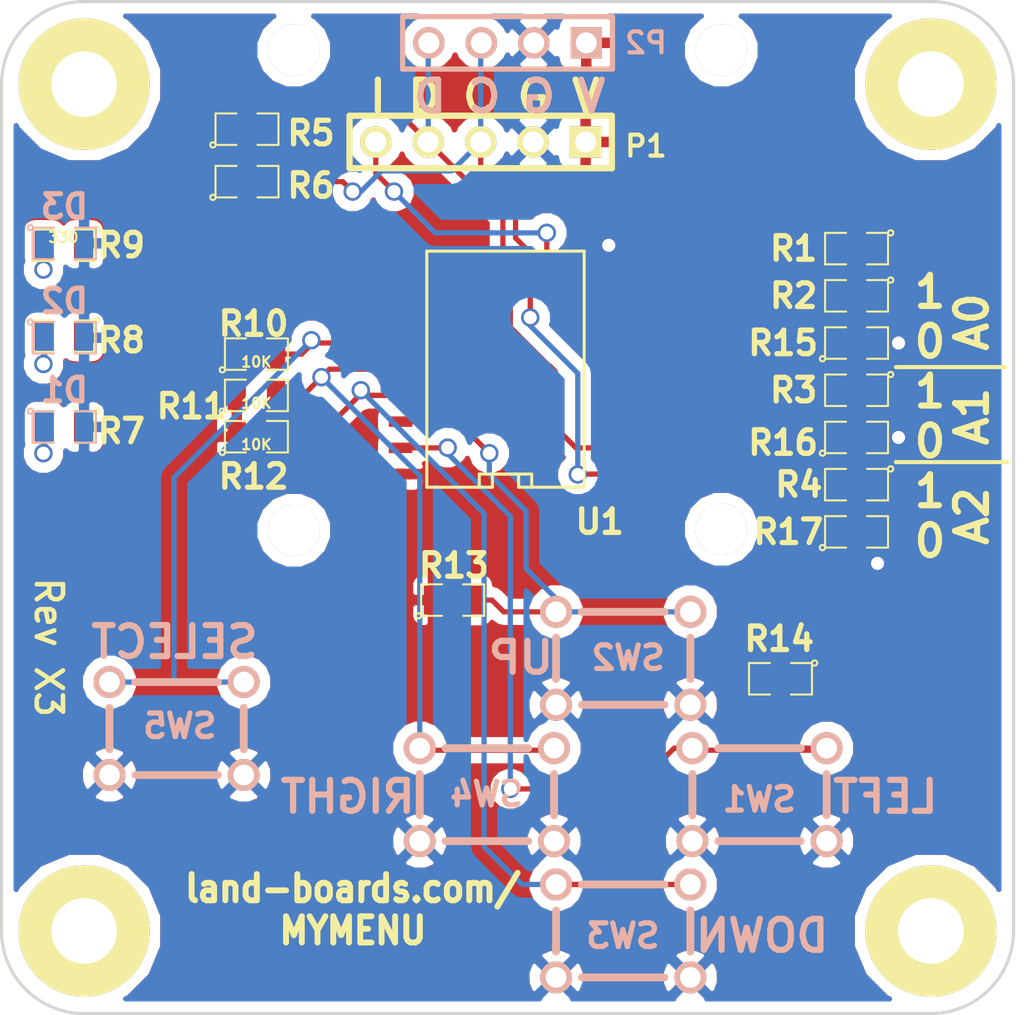
<source format=kicad_pcb>
(kicad_pcb (version 4) (host pcbnew "(after 2015-mar-04 BZR unknown)-product")

  (general
    (links 66)
    (no_connects 0)
    (area 89.556643 58.9488 144.869543 115.11556)
    (thickness 1.6)
    (drawings 27)
    (tracks 168)
    (zones 0)
    (modules 36)
    (nets 21)
  )

  (page USLetter)
  (layers
    (0 F.Cu signal)
    (31 B.Cu signal hide)
    (34 B.Paste user)
    (35 F.Paste user)
    (36 B.SilkS user hide)
    (37 F.SilkS user)
    (38 B.Mask user)
    (39 F.Mask user)
    (40 Dwgs.User user)
    (44 Edge.Cuts user)
  )

  (setup
    (last_trace_width 0.254)
    (trace_clearance 0.254)
    (zone_clearance 0.508)
    (zone_45_only no)
    (trace_min 0.254)
    (segment_width 0.2)
    (edge_width 0.15)
    (via_size 0.889)
    (via_drill 0.635)
    (via_min_size 0.889)
    (via_min_drill 0.508)
    (uvia_size 0.508)
    (uvia_drill 0.127)
    (uvias_allowed no)
    (uvia_min_size 0.508)
    (uvia_min_drill 0.127)
    (pcb_text_width 0.3)
    (pcb_text_size 1.5 1.5)
    (mod_edge_width 0.15)
    (mod_text_size 1.5 1.5)
    (mod_text_width 0.15)
    (pad_size 2.5 2.5)
    (pad_drill 2.49936)
    (pad_to_mask_clearance 0.2)
    (aux_axis_origin 0 0)
    (visible_elements 7FFFFF2F)
    (pcbplotparams
      (layerselection 0x00010_00000000)
      (usegerberextensions false)
      (excludeedgelayer false)
      (linewidth 0.150000)
      (plotframeref false)
      (viasonmask false)
      (mode 1)
      (useauxorigin false)
      (hpglpennumber 1)
      (hpglpenspeed 20)
      (hpglpendiameter 15)
      (hpglpenoverlay 2)
      (psnegative false)
      (psa4output false)
      (plotreference true)
      (plotvalue false)
      (plotinvisibletext false)
      (padsonsilk true)
      (subtractmaskfromsilk false)
      (outputformat 4)
      (mirror false)
      (drillshape 2)
      (scaleselection 1)
      (outputdirectory plots/))
  )

  (net 0 "")
  (net 1 /A0)
  (net 2 /A1)
  (net 3 /A2)
  (net 4 /GND)
  (net 5 /SCL)
  (net 6 /SDA)
  (net 7 /VCC)
  (net 8 "Net-(D1-Pad1)")
  (net 9 "Net-(D2-Pad1)")
  (net 10 "Net-(D3-Pad1)")
  (net 11 "Net-(P1-Pad5)")
  (net 12 "Net-(R1-Pad2)")
  (net 13 "Net-(R7-Pad1)")
  (net 14 "Net-(R8-Pad1)")
  (net 15 "Net-(R9-Pad1)")
  (net 16 "Net-(R10-Pad2)")
  (net 17 "Net-(R11-Pad2)")
  (net 18 "Net-(R12-Pad2)")
  (net 19 "Net-(R13-Pad2)")
  (net 20 "Net-(R14-Pad2)")

  (net_class Default "This is the default net class."
    (clearance 0.254)
    (trace_width 0.254)
    (via_dia 0.889)
    (via_drill 0.635)
    (uvia_dia 0.508)
    (uvia_drill 0.127)
    (add_net /A0)
    (add_net /A1)
    (add_net /A2)
    (add_net /GND)
    (add_net /SCL)
    (add_net /SDA)
    (add_net /VCC)
    (add_net "Net-(D1-Pad1)")
    (add_net "Net-(D2-Pad1)")
    (add_net "Net-(D3-Pad1)")
    (add_net "Net-(P1-Pad5)")
    (add_net "Net-(R1-Pad2)")
    (add_net "Net-(R10-Pad2)")
    (add_net "Net-(R11-Pad2)")
    (add_net "Net-(R12-Pad2)")
    (add_net "Net-(R13-Pad2)")
    (add_net "Net-(R14-Pad2)")
    (add_net "Net-(R7-Pad1)")
    (add_net "Net-(R8-Pad1)")
    (add_net "Net-(R9-Pad1)")
  )

  (module SW-PB-6MM (layer B.Cu) (tedit 551708C6) (tstamp 53BDD832)
    (at 131.7 103.4 180)
    (tags "SWITCH, OMRON")
    (path /53BDD5B6)
    (fp_text reference SW1 (at 0.012 -0.232 180) (layer B.SilkS)
      (effects (font (size 1.143 1.143) (thickness 0.254)) (justify mirror))
    )
    (fp_text value SW_PUSH_OMRON (at 0.20066 -4.04876 180) (layer B.SilkS) hide
      (effects (font (size 1.016 1.016) (thickness 0.2032)) (justify mirror))
    )
    (fp_line (start -3.2512 1.00076) (end -3.2512 -1.00076) (layer B.SilkS) (width 0.381))
    (fp_line (start -1.99898 -2.25044) (end 1.99898 -2.25044) (layer B.SilkS) (width 0.381))
    (fp_line (start 3.2512 1.00076) (end 3.2512 -0.7493) (layer B.SilkS) (width 0.381))
    (fp_line (start 3.2512 -0.7493) (end 3.2512 -1.00076) (layer B.SilkS) (width 0.381))
    (fp_line (start -1.99898 2.25044) (end 1.99898 2.25044) (layer B.SilkS) (width 0.381))
    (pad 2 thru_hole circle (at 3.2512 2.25044 180) (size 1.5494 1.5494) (drill 1.00076) (layers *.Cu *.Mask B.SilkS)
      (net 20 "Net-(R14-Pad2)"))
    (pad 4 thru_hole circle (at 3.2512 -2.25044 180) (size 1.5494 1.5494) (drill 1.00076) (layers *.Cu *.Mask B.SilkS)
      (net 4 /GND))
    (pad 1 thru_hole circle (at -3.2512 2.25044 180) (size 1.5494 1.5494) (drill 1.00076) (layers *.Cu *.Mask B.SilkS)
      (net 20 "Net-(R14-Pad2)"))
    (pad 3 thru_hole circle (at -3.2512 -2.25044 180) (size 1.5494 1.5494) (drill 1.00076) (layers *.Cu *.Mask B.SilkS)
      (net 4 /GND))
  )

  (module SW-PB-6MM (layer B.Cu) (tedit 551708C0) (tstamp 53BDD83F)
    (at 125.1 96.8 180)
    (tags "SWITCH, OMRON")
    (path /53BDD5C5)
    (fp_text reference SW2 (at -0.238 0.026 180) (layer B.SilkS)
      (effects (font (size 1.143 1.143) (thickness 0.254)) (justify mirror))
    )
    (fp_text value SW_PUSH_OMRON (at 0.20066 -4.04876 180) (layer B.SilkS) hide
      (effects (font (size 1.016 1.016) (thickness 0.2032)) (justify mirror))
    )
    (fp_line (start -3.2512 1.00076) (end -3.2512 -1.00076) (layer B.SilkS) (width 0.381))
    (fp_line (start -1.99898 -2.25044) (end 1.99898 -2.25044) (layer B.SilkS) (width 0.381))
    (fp_line (start 3.2512 1.00076) (end 3.2512 -0.7493) (layer B.SilkS) (width 0.381))
    (fp_line (start 3.2512 -0.7493) (end 3.2512 -1.00076) (layer B.SilkS) (width 0.381))
    (fp_line (start -1.99898 2.25044) (end 1.99898 2.25044) (layer B.SilkS) (width 0.381))
    (pad 2 thru_hole circle (at 3.2512 2.25044 180) (size 1.5494 1.5494) (drill 1.00076) (layers *.Cu *.Mask B.SilkS)
      (net 19 "Net-(R13-Pad2)"))
    (pad 4 thru_hole circle (at 3.2512 -2.25044 180) (size 1.5494 1.5494) (drill 1.00076) (layers *.Cu *.Mask B.SilkS)
      (net 4 /GND))
    (pad 1 thru_hole circle (at -3.2512 2.25044 180) (size 1.5494 1.5494) (drill 1.00076) (layers *.Cu *.Mask B.SilkS)
      (net 19 "Net-(R13-Pad2)"))
    (pad 3 thru_hole circle (at -3.2512 -2.25044 180) (size 1.5494 1.5494) (drill 1.00076) (layers *.Cu *.Mask B.SilkS)
      (net 4 /GND))
  )

  (module SW-PB-6MM (layer B.Cu) (tedit 551708CC) (tstamp 53BDD84C)
    (at 125.1 110 180)
    (tags "SWITCH, OMRON")
    (path /53BDD5D4)
    (fp_text reference SW3 (at 0.016 -0.236 180) (layer B.SilkS)
      (effects (font (size 1.143 1.143) (thickness 0.254)) (justify mirror))
    )
    (fp_text value SW_PUSH_OMRON (at 0.20066 -4.04876 180) (layer B.SilkS) hide
      (effects (font (size 1.016 1.016) (thickness 0.2032)) (justify mirror))
    )
    (fp_line (start -3.2512 1.00076) (end -3.2512 -1.00076) (layer B.SilkS) (width 0.381))
    (fp_line (start -1.99898 -2.25044) (end 1.99898 -2.25044) (layer B.SilkS) (width 0.381))
    (fp_line (start 3.2512 1.00076) (end 3.2512 -0.7493) (layer B.SilkS) (width 0.381))
    (fp_line (start 3.2512 -0.7493) (end 3.2512 -1.00076) (layer B.SilkS) (width 0.381))
    (fp_line (start -1.99898 2.25044) (end 1.99898 2.25044) (layer B.SilkS) (width 0.381))
    (pad 2 thru_hole circle (at 3.2512 2.25044 180) (size 1.5494 1.5494) (drill 1.00076) (layers *.Cu *.Mask B.SilkS)
      (net 18 "Net-(R12-Pad2)"))
    (pad 4 thru_hole circle (at 3.2512 -2.25044 180) (size 1.5494 1.5494) (drill 1.00076) (layers *.Cu *.Mask B.SilkS)
      (net 4 /GND))
    (pad 1 thru_hole circle (at -3.2512 2.25044 180) (size 1.5494 1.5494) (drill 1.00076) (layers *.Cu *.Mask B.SilkS)
      (net 18 "Net-(R12-Pad2)"))
    (pad 3 thru_hole circle (at -3.2512 -2.25044 180) (size 1.5494 1.5494) (drill 1.00076) (layers *.Cu *.Mask B.SilkS)
      (net 4 /GND))
  )

  (module SW-PB-6MM (layer B.Cu) (tedit 551708D1) (tstamp 53BDD859)
    (at 118.5 103.4 180)
    (tags "SWITCH, OMRON")
    (path /53BDD5E3)
    (fp_text reference SW4 (at 0.02 0.022 180) (layer B.SilkS)
      (effects (font (size 1.143 1.143) (thickness 0.254)) (justify mirror))
    )
    (fp_text value SW_PUSH_OMRON (at 0.20066 -4.04876 180) (layer B.SilkS) hide
      (effects (font (size 1.016 1.016) (thickness 0.2032)) (justify mirror))
    )
    (fp_line (start -3.2512 1.00076) (end -3.2512 -1.00076) (layer B.SilkS) (width 0.381))
    (fp_line (start -1.99898 -2.25044) (end 1.99898 -2.25044) (layer B.SilkS) (width 0.381))
    (fp_line (start 3.2512 1.00076) (end 3.2512 -0.7493) (layer B.SilkS) (width 0.381))
    (fp_line (start 3.2512 -0.7493) (end 3.2512 -1.00076) (layer B.SilkS) (width 0.381))
    (fp_line (start -1.99898 2.25044) (end 1.99898 2.25044) (layer B.SilkS) (width 0.381))
    (pad 2 thru_hole circle (at 3.2512 2.25044 180) (size 1.5494 1.5494) (drill 1.00076) (layers *.Cu *.Mask B.SilkS)
      (net 17 "Net-(R11-Pad2)"))
    (pad 4 thru_hole circle (at 3.2512 -2.25044 180) (size 1.5494 1.5494) (drill 1.00076) (layers *.Cu *.Mask B.SilkS)
      (net 4 /GND))
    (pad 1 thru_hole circle (at -3.2512 2.25044 180) (size 1.5494 1.5494) (drill 1.00076) (layers *.Cu *.Mask B.SilkS)
      (net 17 "Net-(R11-Pad2)"))
    (pad 3 thru_hole circle (at -3.2512 -2.25044 180) (size 1.5494 1.5494) (drill 1.00076) (layers *.Cu *.Mask B.SilkS)
      (net 4 /GND))
  )

  (module SW-PB-6MM (layer B.Cu) (tedit 551708D6) (tstamp 53BDD866)
    (at 103.476 100.2 180)
    (tags "SWITCH, OMRON")
    (path /53BDD5F2)
    (fp_text reference SW5 (at -0.156 0.124 180) (layer B.SilkS)
      (effects (font (size 1.143 1.143) (thickness 0.254)) (justify mirror))
    )
    (fp_text value SW_PUSH_OMRON (at 0.20066 -4.04876 180) (layer B.SilkS) hide
      (effects (font (size 1.016 1.016) (thickness 0.2032)) (justify mirror))
    )
    (fp_line (start -3.2512 1.00076) (end -3.2512 -1.00076) (layer B.SilkS) (width 0.381))
    (fp_line (start -1.99898 -2.25044) (end 1.99898 -2.25044) (layer B.SilkS) (width 0.381))
    (fp_line (start 3.2512 1.00076) (end 3.2512 -0.7493) (layer B.SilkS) (width 0.381))
    (fp_line (start 3.2512 -0.7493) (end 3.2512 -1.00076) (layer B.SilkS) (width 0.381))
    (fp_line (start -1.99898 2.25044) (end 1.99898 2.25044) (layer B.SilkS) (width 0.381))
    (pad 2 thru_hole circle (at 3.2512 2.25044 180) (size 1.5494 1.5494) (drill 1.00076) (layers *.Cu *.Mask B.SilkS)
      (net 16 "Net-(R10-Pad2)"))
    (pad 4 thru_hole circle (at 3.2512 -2.25044 180) (size 1.5494 1.5494) (drill 1.00076) (layers *.Cu *.Mask B.SilkS)
      (net 4 /GND))
    (pad 1 thru_hole circle (at -3.2512 2.25044 180) (size 1.5494 1.5494) (drill 1.00076) (layers *.Cu *.Mask B.SilkS)
      (net 16 "Net-(R10-Pad2)"))
    (pad 3 thru_hole circle (at -3.2512 -2.25044 180) (size 1.5494 1.5494) (drill 1.00076) (layers *.Cu *.Mask B.SilkS)
      (net 4 /GND))
  )

  (module MTG-4-40 (layer F.Cu) (tedit 50F036E3) (tstamp 53BDD8B8)
    (at 140 110)
    (path /4FD64072)
    (fp_text reference MTG4 (at -6.858 -0.635) (layer F.SilkS) hide
      (effects (font (size 1.143 1.143) (thickness 0.254)))
    )
    (fp_text value CONN_1 (at 0 -5.08) (layer F.SilkS) hide
      (effects (font (thickness 0.3048)))
    )
    (pad 1 thru_hole circle (at 0 0) (size 6.35 6.35) (drill 3.175) (layers *.Cu *.Mask F.SilkS))
  )

  (module MTG-4-40 (layer F.Cu) (tedit 50F036E3) (tstamp 53BDD8BD)
    (at 99 110)
    (path /4FD6406F)
    (fp_text reference MTG3 (at -6.858 -0.635) (layer F.SilkS) hide
      (effects (font (size 1.143 1.143) (thickness 0.254)))
    )
    (fp_text value CONN_1 (at 0 -5.08) (layer F.SilkS) hide
      (effects (font (thickness 0.3048)))
    )
    (pad 1 thru_hole circle (at 0 0) (size 6.35 6.35) (drill 3.175) (layers *.Cu *.Mask F.SilkS))
  )

  (module MTG-4-40 (layer F.Cu) (tedit 54FAFA91) (tstamp 53BDD8C2)
    (at 139 70)
    (path /4FD6406A)
    (fp_text reference MTG2 (at -6.858 -0.635) (layer F.SilkS) hide
      (effects (font (size 1.143 1.143) (thickness 0.254)))
    )
    (fp_text value CONN_1 (at 0 -5.08) (layer F.SilkS) hide
      (effects (font (thickness 0.3048)))
    )
    (pad 1 thru_hole circle (at 1 -1) (size 6.35 6.35) (drill 3.175) (layers *.Cu *.Mask F.SilkS))
  )

  (module MTG-4-40 (layer F.Cu) (tedit 50F036E3) (tstamp 53BDD8C7)
    (at 99 69)
    (path /4FD64065)
    (fp_text reference MTG1 (at -6.858 -0.635) (layer F.SilkS) hide
      (effects (font (size 1.143 1.143) (thickness 0.254)))
    )
    (fp_text value CONN_1 (at 0 -5.08) (layer F.SilkS) hide
      (effects (font (thickness 0.3048)))
    )
    (pad 1 thru_hole circle (at 0 0) (size 6.35 6.35) (drill 3.175) (layers *.Cu *.Mask F.SilkS))
  )

  (module SM0805 (layer F.Cu) (tedit 54FB3494) (tstamp 54FAF521)
    (at 132.715 97.79 180)
    (path /54FAE35A)
    (attr smd)
    (fp_text reference R14 (at 0.06 1.93 180) (layer F.SilkS)
      (effects (font (size 1.143 1.143) (thickness 0.254)))
    )
    (fp_text value 10K (at 0 0.381 180) (layer F.SilkS) hide
      (effects (font (size 0.50038 0.50038) (thickness 0.10922)))
    )
    (fp_circle (center -1.651 0.762) (end -1.651 0.635) (layer F.SilkS) (width 0.09906))
    (fp_line (start -0.508 0.762) (end -1.524 0.762) (layer F.SilkS) (width 0.09906))
    (fp_line (start -1.524 0.762) (end -1.524 -0.762) (layer F.SilkS) (width 0.09906))
    (fp_line (start -1.524 -0.762) (end -0.508 -0.762) (layer F.SilkS) (width 0.09906))
    (fp_line (start 0.508 -0.762) (end 1.524 -0.762) (layer F.SilkS) (width 0.09906))
    (fp_line (start 1.524 -0.762) (end 1.524 0.762) (layer F.SilkS) (width 0.09906))
    (fp_line (start 1.524 0.762) (end 0.508 0.762) (layer F.SilkS) (width 0.09906))
    (pad 1 smd rect (at -0.9525 0 180) (size 0.889 1.397) (layers F.Cu F.Paste F.Mask)
      (net 7 /VCC))
    (pad 2 smd rect (at 0.9525 0 180) (size 0.889 1.397) (layers F.Cu F.Paste F.Mask)
      (net 20 "Net-(R14-Pad2)"))
    (model smd/chip_cms.wrl
      (at (xyz 0 0 0))
      (scale (xyz 0.1 0.1 0.1))
      (rotate (xyz 0 0 0))
    )
  )

  (module SM0805 (layer F.Cu) (tedit 54FB348A) (tstamp 54FAF52E)
    (at 116.84 93.98)
    (path /54FAE367)
    (attr smd)
    (fp_text reference R13 (at 0.06 -1.67) (layer F.SilkS)
      (effects (font (size 1.143 1.143) (thickness 0.254)))
    )
    (fp_text value 10K (at 0 0.381) (layer F.SilkS) hide
      (effects (font (size 0.50038 0.50038) (thickness 0.10922)))
    )
    (fp_circle (center -1.651 0.762) (end -1.651 0.635) (layer F.SilkS) (width 0.09906))
    (fp_line (start -0.508 0.762) (end -1.524 0.762) (layer F.SilkS) (width 0.09906))
    (fp_line (start -1.524 0.762) (end -1.524 -0.762) (layer F.SilkS) (width 0.09906))
    (fp_line (start -1.524 -0.762) (end -0.508 -0.762) (layer F.SilkS) (width 0.09906))
    (fp_line (start 0.508 -0.762) (end 1.524 -0.762) (layer F.SilkS) (width 0.09906))
    (fp_line (start 1.524 -0.762) (end 1.524 0.762) (layer F.SilkS) (width 0.09906))
    (fp_line (start 1.524 0.762) (end 0.508 0.762) (layer F.SilkS) (width 0.09906))
    (pad 1 smd rect (at -0.9525 0) (size 0.889 1.397) (layers F.Cu F.Paste F.Mask)
      (net 7 /VCC))
    (pad 2 smd rect (at 0.9525 0) (size 0.889 1.397) (layers F.Cu F.Paste F.Mask)
      (net 19 "Net-(R13-Pad2)"))
    (model smd/chip_cms.wrl
      (at (xyz 0 0 0))
      (scale (xyz 0.1 0.1 0.1))
      (rotate (xyz 0 0 0))
    )
  )

  (module SM0805 (layer F.Cu) (tedit 54FB347B) (tstamp 54FAF53B)
    (at 107.34 86.07)
    (path /54FAE36D)
    (attr smd)
    (fp_text reference R12 (at -0.14 1.93) (layer F.SilkS)
      (effects (font (size 1.143 1.143) (thickness 0.254)))
    )
    (fp_text value 10K (at 0 0.381) (layer F.SilkS)
      (effects (font (size 0.50038 0.50038) (thickness 0.10922)))
    )
    (fp_circle (center -1.651 0.762) (end -1.651 0.635) (layer F.SilkS) (width 0.09906))
    (fp_line (start -0.508 0.762) (end -1.524 0.762) (layer F.SilkS) (width 0.09906))
    (fp_line (start -1.524 0.762) (end -1.524 -0.762) (layer F.SilkS) (width 0.09906))
    (fp_line (start -1.524 -0.762) (end -0.508 -0.762) (layer F.SilkS) (width 0.09906))
    (fp_line (start 0.508 -0.762) (end 1.524 -0.762) (layer F.SilkS) (width 0.09906))
    (fp_line (start 1.524 -0.762) (end 1.524 0.762) (layer F.SilkS) (width 0.09906))
    (fp_line (start 1.524 0.762) (end 0.508 0.762) (layer F.SilkS) (width 0.09906))
    (pad 1 smd rect (at -0.9525 0) (size 0.889 1.397) (layers F.Cu F.Paste F.Mask)
      (net 7 /VCC))
    (pad 2 smd rect (at 0.9525 0) (size 0.889 1.397) (layers F.Cu F.Paste F.Mask)
      (net 18 "Net-(R12-Pad2)"))
    (model smd/chip_cms.wrl
      (at (xyz 0 0 0))
      (scale (xyz 0.1 0.1 0.1))
      (rotate (xyz 0 0 0))
    )
  )

  (module SM0805 (layer F.Cu) (tedit 54FB3483) (tstamp 54FAF548)
    (at 107.34 84.07)
    (path /54FAE373)
    (attr smd)
    (fp_text reference R11 (at -3.14 0.53) (layer F.SilkS)
      (effects (font (size 1.143 1.143) (thickness 0.254)))
    )
    (fp_text value 10K (at 0 0.381) (layer F.SilkS)
      (effects (font (size 0.50038 0.50038) (thickness 0.10922)))
    )
    (fp_circle (center -1.651 0.762) (end -1.651 0.635) (layer F.SilkS) (width 0.09906))
    (fp_line (start -0.508 0.762) (end -1.524 0.762) (layer F.SilkS) (width 0.09906))
    (fp_line (start -1.524 0.762) (end -1.524 -0.762) (layer F.SilkS) (width 0.09906))
    (fp_line (start -1.524 -0.762) (end -0.508 -0.762) (layer F.SilkS) (width 0.09906))
    (fp_line (start 0.508 -0.762) (end 1.524 -0.762) (layer F.SilkS) (width 0.09906))
    (fp_line (start 1.524 -0.762) (end 1.524 0.762) (layer F.SilkS) (width 0.09906))
    (fp_line (start 1.524 0.762) (end 0.508 0.762) (layer F.SilkS) (width 0.09906))
    (pad 1 smd rect (at -0.9525 0) (size 0.889 1.397) (layers F.Cu F.Paste F.Mask)
      (net 7 /VCC))
    (pad 2 smd rect (at 0.9525 0) (size 0.889 1.397) (layers F.Cu F.Paste F.Mask)
      (net 17 "Net-(R11-Pad2)"))
    (model smd/chip_cms.wrl
      (at (xyz 0 0 0))
      (scale (xyz 0.1 0.1 0.1))
      (rotate (xyz 0 0 0))
    )
  )

  (module SM0805 (layer F.Cu) (tedit 54FB346D) (tstamp 54FAF555)
    (at 107.34 82.07)
    (path /54FAE379)
    (attr smd)
    (fp_text reference R10 (at -0.14 -1.47) (layer F.SilkS)
      (effects (font (size 1.143 1.143) (thickness 0.254)))
    )
    (fp_text value 10K (at 0 0.381) (layer F.SilkS)
      (effects (font (size 0.50038 0.50038) (thickness 0.10922)))
    )
    (fp_circle (center -1.651 0.762) (end -1.651 0.635) (layer F.SilkS) (width 0.09906))
    (fp_line (start -0.508 0.762) (end -1.524 0.762) (layer F.SilkS) (width 0.09906))
    (fp_line (start -1.524 0.762) (end -1.524 -0.762) (layer F.SilkS) (width 0.09906))
    (fp_line (start -1.524 -0.762) (end -0.508 -0.762) (layer F.SilkS) (width 0.09906))
    (fp_line (start 0.508 -0.762) (end 1.524 -0.762) (layer F.SilkS) (width 0.09906))
    (fp_line (start 1.524 -0.762) (end 1.524 0.762) (layer F.SilkS) (width 0.09906))
    (fp_line (start 1.524 0.762) (end 0.508 0.762) (layer F.SilkS) (width 0.09906))
    (pad 1 smd rect (at -0.9525 0) (size 0.889 1.397) (layers F.Cu F.Paste F.Mask)
      (net 7 /VCC))
    (pad 2 smd rect (at 0.9525 0) (size 0.889 1.397) (layers F.Cu F.Paste F.Mask)
      (net 16 "Net-(R10-Pad2)"))
    (model smd/chip_cms.wrl
      (at (xyz 0 0 0))
      (scale (xyz 0.1 0.1 0.1))
      (rotate (xyz 0 0 0))
    )
  )

  (module SM0805 (layer B.Cu) (tedit 551708AA) (tstamp 54FAF562)
    (at 98.044 85.598)
    (path /54FAE814)
    (attr smd)
    (fp_text reference D1 (at 0 -1.778) (layer B.SilkS)
      (effects (font (size 1.143 1.143) (thickness 0.254)) (justify mirror))
    )
    (fp_text value LED (at 0 0) (layer B.SilkS) hide
      (effects (font (size 0.50038 0.50038) (thickness 0.10922)) (justify mirror))
    )
    (fp_circle (center -1.651 -0.762) (end -1.651 -0.635) (layer B.SilkS) (width 0.09906))
    (fp_line (start -0.508 -0.762) (end -1.524 -0.762) (layer B.SilkS) (width 0.09906))
    (fp_line (start -1.524 -0.762) (end -1.524 0.762) (layer B.SilkS) (width 0.09906))
    (fp_line (start -1.524 0.762) (end -0.508 0.762) (layer B.SilkS) (width 0.09906))
    (fp_line (start 0.508 0.762) (end 1.524 0.762) (layer B.SilkS) (width 0.09906))
    (fp_line (start 1.524 0.762) (end 1.524 -0.762) (layer B.SilkS) (width 0.09906))
    (fp_line (start 1.524 -0.762) (end 0.508 -0.762) (layer B.SilkS) (width 0.09906))
    (pad 1 smd rect (at -0.9525 0) (size 0.889 1.397) (layers B.Cu B.Paste B.Mask)
      (net 8 "Net-(D1-Pad1)"))
    (pad 2 smd rect (at 0.9525 0) (size 0.889 1.397) (layers B.Cu B.Paste B.Mask)
      (net 4 /GND))
    (model smd/chip_cms.wrl
      (at (xyz 0 0 0))
      (scale (xyz 0.1 0.1 0.1))
      (rotate (xyz 0 0 0))
    )
  )

  (module SM0805 (layer B.Cu) (tedit 551708A6) (tstamp 54FAF56F)
    (at 98.044 81.28)
    (path /54FAE823)
    (attr smd)
    (fp_text reference D2 (at 0 -1.778) (layer B.SilkS)
      (effects (font (size 1.143 1.143) (thickness 0.254)) (justify mirror))
    )
    (fp_text value LED (at 0 -0.381) (layer B.SilkS) hide
      (effects (font (size 0.50038 0.50038) (thickness 0.10922)) (justify mirror))
    )
    (fp_circle (center -1.651 -0.762) (end -1.651 -0.635) (layer B.SilkS) (width 0.09906))
    (fp_line (start -0.508 -0.762) (end -1.524 -0.762) (layer B.SilkS) (width 0.09906))
    (fp_line (start -1.524 -0.762) (end -1.524 0.762) (layer B.SilkS) (width 0.09906))
    (fp_line (start -1.524 0.762) (end -0.508 0.762) (layer B.SilkS) (width 0.09906))
    (fp_line (start 0.508 0.762) (end 1.524 0.762) (layer B.SilkS) (width 0.09906))
    (fp_line (start 1.524 0.762) (end 1.524 -0.762) (layer B.SilkS) (width 0.09906))
    (fp_line (start 1.524 -0.762) (end 0.508 -0.762) (layer B.SilkS) (width 0.09906))
    (pad 1 smd rect (at -0.9525 0) (size 0.889 1.397) (layers B.Cu B.Paste B.Mask)
      (net 9 "Net-(D2-Pad1)"))
    (pad 2 smd rect (at 0.9525 0) (size 0.889 1.397) (layers B.Cu B.Paste B.Mask)
      (net 4 /GND))
    (model smd/chip_cms.wrl
      (at (xyz 0 0 0))
      (scale (xyz 0.1 0.1 0.1))
      (rotate (xyz 0 0 0))
    )
  )

  (module SM0805 (layer B.Cu) (tedit 55170899) (tstamp 54FAF57C)
    (at 98.044 76.708)
    (path /54FAE832)
    (attr smd)
    (fp_text reference D3 (at 0 -1.778) (layer B.SilkS)
      (effects (font (size 1.143 1.143) (thickness 0.254)) (justify mirror))
    )
    (fp_text value LED (at 0 -0.381) (layer B.SilkS) hide
      (effects (font (size 0.50038 0.50038) (thickness 0.10922)) (justify mirror))
    )
    (fp_circle (center -1.651 -0.762) (end -1.651 -0.635) (layer B.SilkS) (width 0.09906))
    (fp_line (start -0.508 -0.762) (end -1.524 -0.762) (layer B.SilkS) (width 0.09906))
    (fp_line (start -1.524 -0.762) (end -1.524 0.762) (layer B.SilkS) (width 0.09906))
    (fp_line (start -1.524 0.762) (end -0.508 0.762) (layer B.SilkS) (width 0.09906))
    (fp_line (start 0.508 0.762) (end 1.524 0.762) (layer B.SilkS) (width 0.09906))
    (fp_line (start 1.524 0.762) (end 1.524 -0.762) (layer B.SilkS) (width 0.09906))
    (fp_line (start 1.524 -0.762) (end 0.508 -0.762) (layer B.SilkS) (width 0.09906))
    (pad 1 smd rect (at -0.9525 0) (size 0.889 1.397) (layers B.Cu B.Paste B.Mask)
      (net 10 "Net-(D3-Pad1)"))
    (pad 2 smd rect (at 0.9525 0) (size 0.889 1.397) (layers B.Cu B.Paste B.Mask)
      (net 4 /GND))
    (model smd/chip_cms.wrl
      (at (xyz 0 0 0))
      (scale (xyz 0.1 0.1 0.1))
      (rotate (xyz 0 0 0))
    )
  )

  (module SM0805 (layer F.Cu) (tedit 54FB2F4D) (tstamp 54FAF589)
    (at 98 85.6 180)
    (path /54FAE83F)
    (attr smd)
    (fp_text reference R7 (at -2.8 -0.2 180) (layer F.SilkS)
      (effects (font (size 1.143 1.143) (thickness 0.254)))
    )
    (fp_text value 330 (at 0 0.381 270) (layer F.SilkS) hide
      (effects (font (size 0.50038 0.50038) (thickness 0.10922)))
    )
    (fp_circle (center -1.651 0.762) (end -1.651 0.635) (layer F.SilkS) (width 0.09906))
    (fp_line (start -0.508 0.762) (end -1.524 0.762) (layer F.SilkS) (width 0.09906))
    (fp_line (start -1.524 0.762) (end -1.524 -0.762) (layer F.SilkS) (width 0.09906))
    (fp_line (start -1.524 -0.762) (end -0.508 -0.762) (layer F.SilkS) (width 0.09906))
    (fp_line (start 0.508 -0.762) (end 1.524 -0.762) (layer F.SilkS) (width 0.09906))
    (fp_line (start 1.524 -0.762) (end 1.524 0.762) (layer F.SilkS) (width 0.09906))
    (fp_line (start 1.524 0.762) (end 0.508 0.762) (layer F.SilkS) (width 0.09906))
    (pad 1 smd rect (at -0.9525 0 180) (size 0.889 1.397) (layers F.Cu F.Paste F.Mask)
      (net 13 "Net-(R7-Pad1)"))
    (pad 2 smd rect (at 0.9525 0 180) (size 0.889 1.397) (layers F.Cu F.Paste F.Mask)
      (net 8 "Net-(D1-Pad1)"))
    (model smd/chip_cms.wrl
      (at (xyz 0 0 0))
      (scale (xyz 0.1 0.1 0.1))
      (rotate (xyz 0 0 0))
    )
  )

  (module SM0805 (layer F.Cu) (tedit 54FB2FA7) (tstamp 54FAF596)
    (at 98 81.2 180)
    (path /54FAE845)
    (attr smd)
    (fp_text reference R8 (at -2.8 -0.2 180) (layer F.SilkS)
      (effects (font (size 1.143 1.143) (thickness 0.254)))
    )
    (fp_text value 330 (at 0 0.381 180) (layer F.SilkS) hide
      (effects (font (size 0.50038 0.50038) (thickness 0.10922)))
    )
    (fp_circle (center -1.651 0.762) (end -1.651 0.635) (layer F.SilkS) (width 0.09906))
    (fp_line (start -0.508 0.762) (end -1.524 0.762) (layer F.SilkS) (width 0.09906))
    (fp_line (start -1.524 0.762) (end -1.524 -0.762) (layer F.SilkS) (width 0.09906))
    (fp_line (start -1.524 -0.762) (end -0.508 -0.762) (layer F.SilkS) (width 0.09906))
    (fp_line (start 0.508 -0.762) (end 1.524 -0.762) (layer F.SilkS) (width 0.09906))
    (fp_line (start 1.524 -0.762) (end 1.524 0.762) (layer F.SilkS) (width 0.09906))
    (fp_line (start 1.524 0.762) (end 0.508 0.762) (layer F.SilkS) (width 0.09906))
    (pad 1 smd rect (at -0.9525 0 180) (size 0.889 1.397) (layers F.Cu F.Paste F.Mask)
      (net 14 "Net-(R8-Pad1)"))
    (pad 2 smd rect (at 0.9525 0 180) (size 0.889 1.397) (layers F.Cu F.Paste F.Mask)
      (net 9 "Net-(D2-Pad1)"))
    (model smd/chip_cms.wrl
      (at (xyz 0 0 0))
      (scale (xyz 0.1 0.1 0.1))
      (rotate (xyz 0 0 0))
    )
  )

  (module SM0805 (layer F.Cu) (tedit 54FB2EFE) (tstamp 54FAF5A3)
    (at 98 76.8 180)
    (path /54FAE84B)
    (attr smd)
    (fp_text reference R9 (at -2.8 0 180) (layer F.SilkS)
      (effects (font (size 1.143 1.143) (thickness 0.254)))
    )
    (fp_text value 330 (at 0 0.381 180) (layer F.SilkS)
      (effects (font (size 0.50038 0.50038) (thickness 0.10922)))
    )
    (fp_circle (center -1.651 0.762) (end -1.651 0.635) (layer F.SilkS) (width 0.09906))
    (fp_line (start -0.508 0.762) (end -1.524 0.762) (layer F.SilkS) (width 0.09906))
    (fp_line (start -1.524 0.762) (end -1.524 -0.762) (layer F.SilkS) (width 0.09906))
    (fp_line (start -1.524 -0.762) (end -0.508 -0.762) (layer F.SilkS) (width 0.09906))
    (fp_line (start 0.508 -0.762) (end 1.524 -0.762) (layer F.SilkS) (width 0.09906))
    (fp_line (start 1.524 -0.762) (end 1.524 0.762) (layer F.SilkS) (width 0.09906))
    (fp_line (start 1.524 0.762) (end 0.508 0.762) (layer F.SilkS) (width 0.09906))
    (pad 1 smd rect (at -0.9525 0 180) (size 0.889 1.397) (layers F.Cu F.Paste F.Mask)
      (net 15 "Net-(R9-Pad1)"))
    (pad 2 smd rect (at 0.9525 0 180) (size 0.889 1.397) (layers F.Cu F.Paste F.Mask)
      (net 10 "Net-(D3-Pad1)"))
    (model smd/chip_cms.wrl
      (at (xyz 0 0 0))
      (scale (xyz 0.1 0.1 0.1))
      (rotate (xyz 0 0 0))
    )
  )

  (module SM0805 (layer F.Cu) (tedit 54FB4279) (tstamp 54FAF5B0)
    (at 106.884 73.72)
    (path /54FAEB6A)
    (attr smd)
    (fp_text reference R6 (at 3.098 0.194) (layer F.SilkS)
      (effects (font (size 1.143 1.143) (thickness 0.254)))
    )
    (fp_text value 2.2K (at 0 0.381) (layer F.SilkS) hide
      (effects (font (size 0.50038 0.50038) (thickness 0.10922)))
    )
    (fp_circle (center -1.651 0.762) (end -1.651 0.635) (layer F.SilkS) (width 0.09906))
    (fp_line (start -0.508 0.762) (end -1.524 0.762) (layer F.SilkS) (width 0.09906))
    (fp_line (start -1.524 0.762) (end -1.524 -0.762) (layer F.SilkS) (width 0.09906))
    (fp_line (start -1.524 -0.762) (end -0.508 -0.762) (layer F.SilkS) (width 0.09906))
    (fp_line (start 0.508 -0.762) (end 1.524 -0.762) (layer F.SilkS) (width 0.09906))
    (fp_line (start 1.524 -0.762) (end 1.524 0.762) (layer F.SilkS) (width 0.09906))
    (fp_line (start 1.524 0.762) (end 0.508 0.762) (layer F.SilkS) (width 0.09906))
    (pad 1 smd rect (at -0.9525 0) (size 0.889 1.397) (layers F.Cu F.Paste F.Mask)
      (net 7 /VCC))
    (pad 2 smd rect (at 0.9525 0) (size 0.889 1.397) (layers F.Cu F.Paste F.Mask)
      (net 5 /SCL))
    (model smd/chip_cms.wrl
      (at (xyz 0 0 0))
      (scale (xyz 0.1 0.1 0.1))
      (rotate (xyz 0 0 0))
    )
  )

  (module SM0805 (layer F.Cu) (tedit 54FB4273) (tstamp 54FAF6BF)
    (at 106.884 71.18)
    (path /54FAEB70)
    (attr smd)
    (fp_text reference R5 (at 3.098 0.194) (layer F.SilkS)
      (effects (font (size 1.143 1.143) (thickness 0.254)))
    )
    (fp_text value 2.2K (at 0 0.381) (layer F.SilkS) hide
      (effects (font (size 0.50038 0.50038) (thickness 0.10922)))
    )
    (fp_circle (center -1.651 0.762) (end -1.651 0.635) (layer F.SilkS) (width 0.09906))
    (fp_line (start -0.508 0.762) (end -1.524 0.762) (layer F.SilkS) (width 0.09906))
    (fp_line (start -1.524 0.762) (end -1.524 -0.762) (layer F.SilkS) (width 0.09906))
    (fp_line (start -1.524 -0.762) (end -0.508 -0.762) (layer F.SilkS) (width 0.09906))
    (fp_line (start 0.508 -0.762) (end 1.524 -0.762) (layer F.SilkS) (width 0.09906))
    (fp_line (start 1.524 -0.762) (end 1.524 0.762) (layer F.SilkS) (width 0.09906))
    (fp_line (start 1.524 0.762) (end 0.508 0.762) (layer F.SilkS) (width 0.09906))
    (pad 1 smd rect (at -0.9525 0) (size 0.889 1.397) (layers F.Cu F.Paste F.Mask)
      (net 7 /VCC))
    (pad 2 smd rect (at 0.9525 0) (size 0.889 1.397) (layers F.Cu F.Paste F.Mask)
      (net 6 /SDA))
    (model smd/chip_cms.wrl
      (at (xyz 0 0 0))
      (scale (xyz 0.1 0.1 0.1))
      (rotate (xyz 0 0 0))
    )
  )

  (module SM0805 (layer F.Cu) (tedit 54FB1365) (tstamp 54FAF6CC)
    (at 136.398 88.392 180)
    (path /54FAEB76)
    (attr smd)
    (fp_text reference R4 (at 2.794 0 180) (layer F.SilkS)
      (effects (font (size 1.143 1.143) (thickness 0.254)))
    )
    (fp_text value OPEN (at 0 0.381 180) (layer F.SilkS) hide
      (effects (font (size 0.50038 0.50038) (thickness 0.10922)))
    )
    (fp_circle (center -1.651 0.762) (end -1.651 0.635) (layer F.SilkS) (width 0.09906))
    (fp_line (start -0.508 0.762) (end -1.524 0.762) (layer F.SilkS) (width 0.09906))
    (fp_line (start -1.524 0.762) (end -1.524 -0.762) (layer F.SilkS) (width 0.09906))
    (fp_line (start -1.524 -0.762) (end -0.508 -0.762) (layer F.SilkS) (width 0.09906))
    (fp_line (start 0.508 -0.762) (end 1.524 -0.762) (layer F.SilkS) (width 0.09906))
    (fp_line (start 1.524 -0.762) (end 1.524 0.762) (layer F.SilkS) (width 0.09906))
    (fp_line (start 1.524 0.762) (end 0.508 0.762) (layer F.SilkS) (width 0.09906))
    (pad 1 smd rect (at -0.9525 0 180) (size 0.889 1.397) (layers F.Cu F.Paste F.Mask)
      (net 7 /VCC))
    (pad 2 smd rect (at 0.9525 0 180) (size 0.889 1.397) (layers F.Cu F.Paste F.Mask)
      (net 3 /A2))
    (model smd/chip_cms.wrl
      (at (xyz 0 0 0))
      (scale (xyz 0.1 0.1 0.1))
      (rotate (xyz 0 0 0))
    )
  )

  (module SM0805 (layer F.Cu) (tedit 5537B58C) (tstamp 54FAF6D9)
    (at 136.398 83.82 180)
    (path /54FAEB7C)
    (attr smd)
    (fp_text reference R3 (at 3.048 0 180) (layer F.SilkS)
      (effects (font (size 1.143 1.143) (thickness 0.254)))
    )
    (fp_text value OPEN (at 0 0.381 180) (layer F.SilkS) hide
      (effects (font (size 0.50038 0.50038) (thickness 0.10922)))
    )
    (fp_circle (center -1.651 0.762) (end -1.651 0.635) (layer F.SilkS) (width 0.09906))
    (fp_line (start -0.508 0.762) (end -1.524 0.762) (layer F.SilkS) (width 0.09906))
    (fp_line (start -1.524 0.762) (end -1.524 -0.762) (layer F.SilkS) (width 0.09906))
    (fp_line (start -1.524 -0.762) (end -0.508 -0.762) (layer F.SilkS) (width 0.09906))
    (fp_line (start 0.508 -0.762) (end 1.524 -0.762) (layer F.SilkS) (width 0.09906))
    (fp_line (start 1.524 -0.762) (end 1.524 0.762) (layer F.SilkS) (width 0.09906))
    (fp_line (start 1.524 0.762) (end 0.508 0.762) (layer F.SilkS) (width 0.09906))
    (pad 1 smd rect (at -0.9525 0 180) (size 0.889 1.397) (layers F.Cu F.Paste F.Mask)
      (net 7 /VCC))
    (pad 2 smd rect (at 0.9525 0 180) (size 0.889 1.397) (layers F.Cu F.Paste F.Mask)
      (net 2 /A1))
    (model smd/chip_cms.wrl
      (at (xyz 0 0 0))
      (scale (xyz 0.1 0.1 0.1))
      (rotate (xyz 0 0 0))
    )
  )

  (module SM0805 (layer F.Cu) (tedit 54FB1351) (tstamp 54FAF6E6)
    (at 136.398 79.248 180)
    (path /54FAEB82)
    (attr smd)
    (fp_text reference R2 (at 3.048 0 180) (layer F.SilkS)
      (effects (font (size 1.143 1.143) (thickness 0.254)))
    )
    (fp_text value OPEN (at 0 0.381 180) (layer F.SilkS) hide
      (effects (font (size 0.50038 0.50038) (thickness 0.10922)))
    )
    (fp_circle (center -1.651 0.762) (end -1.651 0.635) (layer F.SilkS) (width 0.09906))
    (fp_line (start -0.508 0.762) (end -1.524 0.762) (layer F.SilkS) (width 0.09906))
    (fp_line (start -1.524 0.762) (end -1.524 -0.762) (layer F.SilkS) (width 0.09906))
    (fp_line (start -1.524 -0.762) (end -0.508 -0.762) (layer F.SilkS) (width 0.09906))
    (fp_line (start 0.508 -0.762) (end 1.524 -0.762) (layer F.SilkS) (width 0.09906))
    (fp_line (start 1.524 -0.762) (end 1.524 0.762) (layer F.SilkS) (width 0.09906))
    (fp_line (start 1.524 0.762) (end 0.508 0.762) (layer F.SilkS) (width 0.09906))
    (pad 1 smd rect (at -0.9525 0 180) (size 0.889 1.397) (layers F.Cu F.Paste F.Mask)
      (net 7 /VCC))
    (pad 2 smd rect (at 0.9525 0 180) (size 0.889 1.397) (layers F.Cu F.Paste F.Mask)
      (net 1 /A0))
    (model smd/chip_cms.wrl
      (at (xyz 0 0 0))
      (scale (xyz 0.1 0.1 0.1))
      (rotate (xyz 0 0 0))
    )
  )

  (module SM0805 (layer F.Cu) (tedit 54FB134D) (tstamp 54FAF6F3)
    (at 136.398 76.962 180)
    (path /54FAEB88)
    (attr smd)
    (fp_text reference R1 (at 3.048 0 180) (layer F.SilkS)
      (effects (font (size 1.143 1.143) (thickness 0.254)))
    )
    (fp_text value 10K (at 0 0.381 180) (layer F.SilkS) hide
      (effects (font (size 0.50038 0.50038) (thickness 0.10922)))
    )
    (fp_circle (center -1.651 0.762) (end -1.651 0.635) (layer F.SilkS) (width 0.09906))
    (fp_line (start -0.508 0.762) (end -1.524 0.762) (layer F.SilkS) (width 0.09906))
    (fp_line (start -1.524 0.762) (end -1.524 -0.762) (layer F.SilkS) (width 0.09906))
    (fp_line (start -1.524 -0.762) (end -0.508 -0.762) (layer F.SilkS) (width 0.09906))
    (fp_line (start 0.508 -0.762) (end 1.524 -0.762) (layer F.SilkS) (width 0.09906))
    (fp_line (start 1.524 -0.762) (end 1.524 0.762) (layer F.SilkS) (width 0.09906))
    (fp_line (start 1.524 0.762) (end 0.508 0.762) (layer F.SilkS) (width 0.09906))
    (pad 1 smd rect (at -0.9525 0 180) (size 0.889 1.397) (layers F.Cu F.Paste F.Mask)
      (net 7 /VCC))
    (pad 2 smd rect (at 0.9525 0 180) (size 0.889 1.397) (layers F.Cu F.Paste F.Mask)
      (net 12 "Net-(R1-Pad2)"))
    (model smd/chip_cms.wrl
      (at (xyz 0 0 0))
      (scale (xyz 0.1 0.1 0.1))
      (rotate (xyz 0 0 0))
    )
  )

  (module SO18W (layer F.Cu) (tedit 54FB1320) (tstamp 54FB09DE)
    (at 119.4 82.8 90)
    (descr "Module CMS SOJ 16 pins tres large")
    (tags "CMS SOJ")
    (path /54FAE31E)
    (attr smd)
    (fp_text reference U1 (at -7.386 4.562 180) (layer F.SilkS)
      (effects (font (size 1.143 1.143) (thickness 0.254)))
    )
    (fp_text value MCP23008SO (at 0.127 2.286 90) (layer F.SilkS) hide
      (effects (font (size 1.27 1.27) (thickness 0.127)))
    )
    (fp_line (start -5.715 1.27) (end -5.715 0.635) (layer F.SilkS) (width 0.15))
    (fp_line (start -5.715 0.635) (end -5.08 0.635) (layer F.SilkS) (width 0.15))
    (fp_line (start -5.08 0.635) (end -5.08 -0.635) (layer F.SilkS) (width 0.15))
    (fp_line (start -5.08 -0.635) (end -5.715 -0.635) (layer F.SilkS) (width 0.15))
    (fp_line (start -5.715 -0.635) (end -5.715 -1.27) (layer F.SilkS) (width 0.15))
    (fp_line (start -5.715 -3.81) (end 5.715 -3.81) (layer F.SilkS) (width 0.15))
    (fp_line (start 5.715 -3.81) (end 5.715 3.81) (layer F.SilkS) (width 0.15))
    (fp_line (start 5.715 3.81) (end -5.715 3.81) (layer F.SilkS) (width 0.15))
    (fp_line (start -5.715 3.81) (end -5.715 1.27) (layer F.SilkS) (width 0.15))
    (fp_line (start -5.715 1.27) (end -5.08 1.27) (layer F.SilkS) (width 0.15))
    (fp_line (start -5.08 1.27) (end -5.08 -1.27) (layer F.SilkS) (width 0.15))
    (fp_line (start -5.08 -1.27) (end -5.715 -1.27) (layer F.SilkS) (width 0.15))
    (fp_line (start -5.715 -1.27) (end -5.715 -3.81) (layer F.SilkS) (width 0.15))
    (pad 18 smd rect (at -5.08 -5.08 90) (size 0.508 1.143) (layers F.Cu F.Paste F.Mask)
      (net 7 /VCC))
    (pad 17 smd rect (at -3.81 -5.08 90) (size 0.508 1.143) (layers F.Cu F.Paste F.Mask)
      (net 20 "Net-(R14-Pad2)"))
    (pad 14 smd rect (at 0 -5.08 90) (size 0.508 1.143) (layers F.Cu F.Paste F.Mask)
      (net 17 "Net-(R11-Pad2)"))
    (pad 13 smd rect (at 1.27 -5.08 90) (size 0.508 1.143) (layers F.Cu F.Paste F.Mask)
      (net 16 "Net-(R10-Pad2)"))
    (pad 1 smd rect (at -5.08 5.08 90) (size 0.508 1.143) (layers F.Cu F.Paste F.Mask)
      (net 5 /SCL))
    (pad 2 smd rect (at -3.81 5.08 90) (size 0.508 1.143) (layers F.Cu F.Paste F.Mask)
      (net 6 /SDA))
    (pad 3 smd rect (at -2.54 5.08 90) (size 0.508 1.143) (layers F.Cu F.Paste F.Mask)
      (net 3 /A2))
    (pad 4 smd rect (at -1.27 5.08 90) (size 0.508 1.143) (layers F.Cu F.Paste F.Mask)
      (net 2 /A1))
    (pad 5 smd rect (at 0 5.08 90) (size 0.508 1.143) (layers F.Cu F.Paste F.Mask)
      (net 1 /A0))
    (pad 6 smd rect (at 1.27 5.08 90) (size 0.508 1.143) (layers F.Cu F.Paste F.Mask)
      (net 12 "Net-(R1-Pad2)"))
    (pad 7 smd rect (at 2.54 5.08 90) (size 0.508 1.143) (layers F.Cu F.Paste F.Mask))
    (pad 8 smd rect (at 3.81 5.08 90) (size 0.508 1.143) (layers F.Cu F.Paste F.Mask)
      (net 11 "Net-(P1-Pad5)"))
    (pad 9 smd rect (at 5.08 5.08 90) (size 0.508 1.143) (layers F.Cu F.Paste F.Mask)
      (net 4 /GND))
    (pad 10 smd rect (at 5.08 -5.08 90) (size 0.508 1.143) (layers F.Cu F.Paste F.Mask)
      (net 15 "Net-(R9-Pad1)"))
    (pad 11 smd rect (at 3.81 -5.08 90) (size 0.508 1.143) (layers F.Cu F.Paste F.Mask)
      (net 14 "Net-(R8-Pad1)"))
    (pad 12 smd rect (at 2.54 -5.08 90) (size 0.508 1.143) (layers F.Cu F.Paste F.Mask)
      (net 13 "Net-(R7-Pad1)"))
    (pad 15 smd rect (at -1.27 -5.08 90) (size 0.508 1.143) (layers F.Cu F.Paste F.Mask)
      (net 18 "Net-(R12-Pad2)"))
    (pad 16 smd rect (at -2.54 -5.08 90) (size 0.508 1.143) (layers F.Cu F.Paste F.Mask)
      (net 19 "Net-(R13-Pad2)"))
    (model smd/cms_so16.wrl
      (at (xyz 0 0 0))
      (scale (xyz 0.5 0.6 0.5))
      (rotate (xyz 0 0 0))
    )
  )

  (module SM0805 (layer F.Cu) (tedit 54FB137B) (tstamp 54FB11B9)
    (at 136.398 90.678)
    (path /54FB1211)
    (attr smd)
    (fp_text reference R17 (at -3.302 0) (layer F.SilkS)
      (effects (font (size 1.143 1.143) (thickness 0.254)))
    )
    (fp_text value 0 (at 0 0.381) (layer F.SilkS) hide
      (effects (font (size 0.50038 0.50038) (thickness 0.10922)))
    )
    (fp_circle (center -1.651 0.762) (end -1.651 0.635) (layer F.SilkS) (width 0.09906))
    (fp_line (start -0.508 0.762) (end -1.524 0.762) (layer F.SilkS) (width 0.09906))
    (fp_line (start -1.524 0.762) (end -1.524 -0.762) (layer F.SilkS) (width 0.09906))
    (fp_line (start -1.524 -0.762) (end -0.508 -0.762) (layer F.SilkS) (width 0.09906))
    (fp_line (start 0.508 -0.762) (end 1.524 -0.762) (layer F.SilkS) (width 0.09906))
    (fp_line (start 1.524 -0.762) (end 1.524 0.762) (layer F.SilkS) (width 0.09906))
    (fp_line (start 1.524 0.762) (end 0.508 0.762) (layer F.SilkS) (width 0.09906))
    (pad 1 smd rect (at -0.9525 0) (size 0.889 1.397) (layers F.Cu F.Paste F.Mask)
      (net 3 /A2))
    (pad 2 smd rect (at 0.9525 0) (size 0.889 1.397) (layers F.Cu F.Paste F.Mask)
      (net 4 /GND))
    (model smd/chip_cms.wrl
      (at (xyz 0 0 0))
      (scale (xyz 0.1 0.1 0.1))
      (rotate (xyz 0 0 0))
    )
  )

  (module SM0805 (layer F.Cu) (tedit 54FB135F) (tstamp 54FB11C6)
    (at 136.398 86.106)
    (path /54FB1217)
    (attr smd)
    (fp_text reference R16 (at -3.556 0.254) (layer F.SilkS)
      (effects (font (size 1.143 1.143) (thickness 0.254)))
    )
    (fp_text value 0 (at 0 0.381) (layer F.SilkS) hide
      (effects (font (size 0.50038 0.50038) (thickness 0.10922)))
    )
    (fp_circle (center -1.651 0.762) (end -1.651 0.635) (layer F.SilkS) (width 0.09906))
    (fp_line (start -0.508 0.762) (end -1.524 0.762) (layer F.SilkS) (width 0.09906))
    (fp_line (start -1.524 0.762) (end -1.524 -0.762) (layer F.SilkS) (width 0.09906))
    (fp_line (start -1.524 -0.762) (end -0.508 -0.762) (layer F.SilkS) (width 0.09906))
    (fp_line (start 0.508 -0.762) (end 1.524 -0.762) (layer F.SilkS) (width 0.09906))
    (fp_line (start 1.524 -0.762) (end 1.524 0.762) (layer F.SilkS) (width 0.09906))
    (fp_line (start 1.524 0.762) (end 0.508 0.762) (layer F.SilkS) (width 0.09906))
    (pad 1 smd rect (at -0.9525 0) (size 0.889 1.397) (layers F.Cu F.Paste F.Mask)
      (net 2 /A1))
    (pad 2 smd rect (at 0.9525 0) (size 0.889 1.397) (layers F.Cu F.Paste F.Mask)
      (net 4 /GND))
    (model smd/chip_cms.wrl
      (at (xyz 0 0 0))
      (scale (xyz 0.1 0.1 0.1))
      (rotate (xyz 0 0 0))
    )
  )

  (module SM0805 (layer F.Cu) (tedit 54FB1356) (tstamp 54FB11D3)
    (at 136.398 81.534)
    (path /54FB121D)
    (attr smd)
    (fp_text reference R15 (at -3.556 0) (layer F.SilkS)
      (effects (font (size 1.143 1.143) (thickness 0.254)))
    )
    (fp_text value 0 (at 0 0.381) (layer F.SilkS) hide
      (effects (font (size 0.50038 0.50038) (thickness 0.10922)))
    )
    (fp_circle (center -1.651 0.762) (end -1.651 0.635) (layer F.SilkS) (width 0.09906))
    (fp_line (start -0.508 0.762) (end -1.524 0.762) (layer F.SilkS) (width 0.09906))
    (fp_line (start -1.524 0.762) (end -1.524 -0.762) (layer F.SilkS) (width 0.09906))
    (fp_line (start -1.524 -0.762) (end -0.508 -0.762) (layer F.SilkS) (width 0.09906))
    (fp_line (start 0.508 -0.762) (end 1.524 -0.762) (layer F.SilkS) (width 0.09906))
    (fp_line (start 1.524 -0.762) (end 1.524 0.762) (layer F.SilkS) (width 0.09906))
    (fp_line (start 1.524 0.762) (end 0.508 0.762) (layer F.SilkS) (width 0.09906))
    (pad 1 smd rect (at -0.9525 0) (size 0.889 1.397) (layers F.Cu F.Paste F.Mask)
      (net 1 /A0))
    (pad 2 smd rect (at 0.9525 0) (size 0.889 1.397) (layers F.Cu F.Paste F.Mask)
      (net 4 /GND))
    (model smd/chip_cms.wrl
      (at (xyz 0 0 0))
      (scale (xyz 0.1 0.1 0.1))
      (rotate (xyz 0 0 0))
    )
  )

  (module PIN_ARRAY_4X1 locked (layer B.Cu) (tedit 54FB34EC) (tstamp 54FB2734)
    (at 119.5 67 180)
    (descr "Double rangee de contacts 2 x 5 pins")
    (tags CONN)
    (path /54FAF136)
    (fp_text reference P2 (at -6.7 0 180) (layer B.SilkS)
      (effects (font (size 1.016 1.016) (thickness 0.2032)) (justify mirror))
    )
    (fp_text value CONN_4 (at 0 -2.54 180) (layer B.SilkS) hide
      (effects (font (size 1.016 1.016) (thickness 0.2032)) (justify mirror))
    )
    (fp_line (start 5.08 -1.27) (end -5.08 -1.27) (layer B.SilkS) (width 0.254))
    (fp_line (start 5.08 1.27) (end -5.08 1.27) (layer B.SilkS) (width 0.254))
    (fp_line (start -5.08 1.27) (end -5.08 -1.27) (layer B.SilkS) (width 0.254))
    (fp_line (start 5.08 -1.27) (end 5.08 1.27) (layer B.SilkS) (width 0.254))
    (pad 1 thru_hole rect (at -3.81 0 180) (size 1.524 1.524) (drill 1.016) (layers *.Cu *.Mask B.SilkS)
      (net 7 /VCC))
    (pad 2 thru_hole circle (at -1.27 0 180) (size 1.524 1.524) (drill 1.016) (layers *.Cu *.Mask B.SilkS)
      (net 4 /GND))
    (pad 3 thru_hole circle (at 1.27 0 180) (size 1.524 1.524) (drill 1.016) (layers *.Cu *.Mask B.SilkS)
      (net 5 /SCL))
    (pad 4 thru_hole circle (at 3.81 0 180) (size 1.524 1.524) (drill 1.016) (layers *.Cu *.Mask B.SilkS)
      (net 6 /SDA))
    (model pin_array\pins_array_4x1.wrl
      (at (xyz 0 0 0))
      (scale (xyz 1 1 1))
      (rotate (xyz 0 0 0))
    )
  )

  (module MTG-2.5MM (layer F.Cu) (tedit 55170F01) (tstamp 54FB3E63)
    (at 129.85 91.55)
    (path /54FB3677)
    (fp_text reference MTG5 (at -0.4318 -7.8232) (layer F.SilkS) hide
      (effects (font (thickness 0.3048)))
    )
    (fp_text value CONN_1 (at 0 -5.08) (layer F.SilkS) hide
      (effects (font (thickness 0.3048)))
    )
    (pad 1 thru_hole circle (at 0 -1) (size 2.5 2.5) (drill 2.49936) (layers *.Cu *.Mask F.SilkS))
  )

  (module MTG-2.5MM (layer F.Cu) (tedit 55170EF2) (tstamp 54FB3E68)
    (at 109.15 91.6)
    (path /54FB3686)
    (fp_text reference MTG6 (at -0.4318 -7.8232) (layer F.SilkS) hide
      (effects (font (thickness 0.3048)))
    )
    (fp_text value CONN_1 (at 0 -5.08) (layer F.SilkS) hide
      (effects (font (thickness 0.3048)))
    )
    (pad 1 thru_hole circle (at 0 -1) (size 2.5 2.5) (drill 2.49936) (layers *.Cu *.Mask F.SilkS))
  )

  (module MTG-2.5MM (layer F.Cu) (tedit 54FB37CC) (tstamp 54FB3E6D)
    (at 129.85 68.55)
    (path /54FB368D)
    (fp_text reference MTG7 (at -0.4318 -7.8232) (layer F.SilkS) hide
      (effects (font (thickness 0.3048)))
    )
    (fp_text value CONN_1 (at 0 -5.08) (layer F.SilkS) hide
      (effects (font (thickness 0.3048)))
    )
    (pad 1 thru_hole circle (at 0 -1.2) (size 2.5 2.5) (drill 2.49936) (layers *.Cu *.Mask F.SilkS))
  )

  (module MTG-2.5MM (layer F.Cu) (tedit 54FB37BE) (tstamp 54FB3E72)
    (at 109.15 68.55)
    (path /54FB3694)
    (fp_text reference MTG8 (at -0.4318 -7.8232) (layer F.SilkS) hide
      (effects (font (thickness 0.3048)))
    )
    (fp_text value CONN_1 (at 0 -5.08) (layer F.SilkS) hide
      (effects (font (thickness 0.3048)))
    )
    (pad 1 thru_hole circle (at 0 -1.2) (size 2.5 2.5) (drill 2.49936) (layers *.Cu *.Mask F.SilkS))
  )

  (module PIN_ARRAY_5X1 (layer F.Cu) (tedit 54FB4448) (tstamp 54FB2740)
    (at 118.2 71.8 180)
    (descr "Double rangee de contacts 2 x 5 pins")
    (tags CONN)
    (path /54FB4442)
    (fp_text reference P1 (at -8 -0.2 180) (layer F.SilkS)
      (effects (font (size 1.016 1.016) (thickness 0.2032)))
    )
    (fp_text value CONN_5 (at 0 2.54 180) (layer F.SilkS) hide
      (effects (font (size 1.016 1.016) (thickness 0.2032)))
    )
    (fp_line (start -6.35 -1.27) (end -6.35 1.27) (layer F.SilkS) (width 0.3048))
    (fp_line (start 6.35 1.27) (end 6.35 -1.27) (layer F.SilkS) (width 0.3048))
    (fp_line (start -6.35 -1.27) (end 6.35 -1.27) (layer F.SilkS) (width 0.3048))
    (fp_line (start 6.35 1.27) (end -6.35 1.27) (layer F.SilkS) (width 0.3048))
    (pad 1 thru_hole rect (at -5.08 0 180) (size 1.524 1.524) (drill 1.016) (layers *.Cu *.Mask F.SilkS)
      (net 7 /VCC))
    (pad 2 thru_hole circle (at -2.54 0 180) (size 1.524 1.524) (drill 1.016) (layers *.Cu *.Mask F.SilkS)
      (net 4 /GND))
    (pad 3 thru_hole circle (at 0 0 180) (size 1.524 1.524) (drill 1.016) (layers *.Cu *.Mask F.SilkS)
      (net 5 /SCL))
    (pad 4 thru_hole circle (at 2.54 0 180) (size 1.524 1.524) (drill 1.016) (layers *.Cu *.Mask F.SilkS)
      (net 6 /SDA))
    (pad 5 thru_hole circle (at 5.08 0 180) (size 1.524 1.524) (drill 1.016) (layers *.Cu *.Mask F.SilkS)
      (net 11 "Net-(P1-Pad5)"))
    (model pin_array/pins_array_5x1.wrl
      (at (xyz 0 0 0))
      (scale (xyz 1 1 1))
      (rotate (xyz 0 0 0))
    )
  )

  (gr_text "1\n0" (at 139.954 80.264) (layer F.SilkS)
    (effects (font (size 1.5 1.5) (thickness 0.3)))
  )
  (gr_line (start 129.9 90.3) (end 129.9 90.2) (angle 90) (layer Dwgs.User) (width 0.2))
  (gr_text SELECT (at 103.378 96.012) (layer B.SilkS)
    (effects (font (size 1.5 1.5) (thickness 0.3)) (justify mirror))
  )
  (gr_text DOWN (at 131.826 110.236) (layer B.SilkS)
    (effects (font (size 1.5 1.5) (thickness 0.3)) (justify mirror))
  )
  (gr_text RIGHT (at 111.76 103.505) (layer B.SilkS)
    (effects (font (size 1.5 1.5) (thickness 0.3)) (justify mirror))
  )
  (gr_text LEFT (at 137.795 103.505) (layer B.SilkS)
    (effects (font (size 1.5 1.5) (thickness 0.3)) (justify mirror))
  )
  (gr_text UP (at 120.142 96.774) (layer B.SilkS)
    (effects (font (size 1.5 1.5) (thickness 0.3)) (justify mirror))
  )
  (gr_line (start 138.308 87.3) (end 143.708 87.3) (angle 90) (layer F.SilkS) (width 0.2))
  (gr_line (start 138.308 82.7) (end 143.608 82.7) (angle 90) (layer F.SilkS) (width 0.2))
  (gr_text A2 (at 141.986 89.916 90) (layer F.SilkS)
    (effects (font (size 1.5 1.5) (thickness 0.3)))
  )
  (gr_text A1 (at 141.986 85.09 90) (layer F.SilkS)
    (effects (font (size 1.5 1.5) (thickness 0.3)))
  )
  (gr_text A0 (at 141.986 80.518 90) (layer F.SilkS)
    (effects (font (size 1.5 1.5) (thickness 0.3)))
  )
  (gr_text "1\n0" (at 139.954 89.916) (layer F.SilkS)
    (effects (font (size 1.5 1.5) (thickness 0.3)))
  )
  (gr_text "1\n0" (at 139.954 85.09) (layer F.SilkS)
    (effects (font (size 1.5 1.5) (thickness 0.3)))
  )
  (gr_text "V G C D" (at 119.6 69.6) (layer B.SilkS)
    (effects (font (size 1.5 1.5) (thickness 0.3)) (justify mirror))
  )
  (gr_text "I D C G V" (at 118.4 69.6) (layer F.SilkS)
    (effects (font (size 1.5 1.5) (thickness 0.3)))
  )
  (gr_line (start 109.1 68.1) (end 109.1 66.25) (angle 90) (layer Dwgs.User) (width 0.2))
  (gr_line (start 140 65) (end 99 65) (angle 90) (layer Edge.Cuts) (width 0.15))
  (gr_line (start 144 110) (end 144 69) (angle 90) (layer Edge.Cuts) (width 0.15))
  (gr_line (start 99 114) (end 140 114) (angle 90) (layer Edge.Cuts) (width 0.15))
  (gr_line (start 95 69) (end 95 110) (angle 90) (layer Edge.Cuts) (width 0.15))
  (gr_arc (start 99 110) (end 99 114) (angle 90) (layer Edge.Cuts) (width 0.15))
  (gr_arc (start 140 110) (end 144 110) (angle 90) (layer Edge.Cuts) (width 0.15))
  (gr_arc (start 140 69) (end 140 65) (angle 90) (layer Edge.Cuts) (width 0.15))
  (gr_arc (start 99 69) (end 95 69) (angle 90) (layer Edge.Cuts) (width 0.15))
  (gr_text "Rev X3" (at 97.282 96.266 270) (layer F.SilkS)
    (effects (font (size 1.27 1.27) (thickness 0.22225)))
  )
  (gr_text "land-boards.com/\nMYMENU" (at 112.014 108.966) (layer F.SilkS)
    (effects (font (size 1.27 1.143) (thickness 0.28575)))
  )

  (segment (start 133.858 81.534) (end 135.4455 81.534) (width 0.254) (layer F.Cu) (net 1) (tstamp 5537B615))
  (segment (start 132.842 81.534) (end 133.858 81.534) (width 0.254) (layer F.Cu) (net 1) (tstamp 5537B844))
  (segment (start 133.858 79.248) (end 133.858 81.534) (width 0.254) (layer F.Cu) (net 1) (tstamp 5537B60F))
  (segment (start 135.4455 79.248) (end 133.858 79.248) (width 0.254) (layer F.Cu) (net 1))
  (segment (start 131.576 82.8) (end 132.842 81.534) (width 0.254) (layer F.Cu) (net 1) (tstamp 5537B83E))
  (segment (start 124.48 82.8) (end 131.576 82.8) (width 0.254) (layer F.Cu) (net 1))
  (segment (start 135.1955 84.07) (end 135.4455 83.82) (width 0.254) (layer F.Cu) (net 2) (tstamp 5537B618))
  (segment (start 134.112 84.07) (end 135.1955 84.07) (width 0.254) (layer F.Cu) (net 2) (tstamp 5537B620))
  (segment (start 124.48 84.07) (end 134.112 84.07) (width 0.254) (layer F.Cu) (net 2))
  (segment (start 134.112 86.106) (end 134.112 84.07) (width 0.254) (layer F.Cu) (net 2) (tstamp 5537B61B))
  (segment (start 135.4455 86.106) (end 134.112 86.106) (width 0.254) (layer F.Cu) (net 2))
  (segment (start 130.044 85.34) (end 124.48 85.34) (width 0.254) (layer F.Cu) (net 3) (tstamp 5537B6A7))
  (segment (start 135.4455 88.392) (end 134.366 88.392) (width 0.254) (layer F.Cu) (net 3))
  (segment (start 134.62 90.678) (end 134.366 90.424) (width 0.254) (layer F.Cu) (net 3) (tstamp 5537B628))
  (segment (start 134.366 90.424) (end 134.366 88.392) (width 0.254) (layer F.Cu) (net 3) (tstamp 5537B629))
  (segment (start 135.4455 90.678) (end 134.62 90.678) (width 0.254) (layer F.Cu) (net 3))
  (segment (start 133.096 88.392) (end 130.044 85.34) (width 0.254) (layer F.Cu) (net 3) (tstamp 5537B6A1))
  (segment (start 135.4455 88.392) (end 133.096 88.392) (width 0.254) (layer F.Cu) (net 3))
  (segment (start 124.48 77.72) (end 124.48 76.88) (width 0.254) (layer F.Cu) (net 4))
  (via (at 124.4 76.8) (size 0.889) (layers F.Cu B.Cu) (net 4))
  (segment (start 124.48 76.88) (end 124.4 76.8) (width 0.254) (layer F.Cu) (net 4) (tstamp 54FB32A3))
  (segment (start 137.3505 92.1385) (end 137.414 92.202) (width 0.254) (layer F.Cu) (net 4) (tstamp 5537B6EE))
  (via (at 137.414 92.202) (size 0.889) (layers F.Cu B.Cu) (net 4))
  (segment (start 137.3505 90.678) (end 137.3505 92.1385) (width 0.254) (layer F.Cu) (net 4))
  (via (at 138.43 81.534) (size 0.889) (layers F.Cu B.Cu) (net 4))
  (segment (start 137.3505 81.534) (end 138.43 81.534) (width 0.254) (layer F.Cu) (net 4))
  (via (at 138.43 86.106) (size 0.889) (layers F.Cu B.Cu) (net 4))
  (segment (start 137.3505 86.106) (end 138.43 86.106) (width 0.254) (layer F.Cu) (net 4))
  (segment (start 124.48 87.88) (end 122.92 87.88) (width 0.254) (layer F.Cu) (net 5))
  (via (at 120.6 80.3) (size 0.889) (layers F.Cu B.Cu) (net 5))
  (segment (start 120.6 80.7) (end 120.6 80.3) (width 0.254) (layer B.Cu) (net 5) (tstamp 55170E4F))
  (segment (start 122.9 83) (end 120.6 80.7) (width 0.254) (layer B.Cu) (net 5) (tstamp 55170E4C))
  (segment (start 122.9 87.9) (end 122.9 83) (width 0.254) (layer B.Cu) (net 5) (tstamp 55170E4B))
  (via (at 122.9 87.9) (size 0.889) (layers F.Cu B.Cu) (net 5))
  (segment (start 122.92 87.88) (end 122.9 87.9) (width 0.254) (layer F.Cu) (net 5) (tstamp 55170E47))
  (segment (start 112 74.2) (end 112.4 74.2) (width 0.254) (layer B.Cu) (net 5))
  (segment (start 116.8 73.2) (end 118.2 71.8) (width 0.254) (layer B.Cu) (net 5) (tstamp 54FB4805))
  (segment (start 113.4 73.2) (end 116.8 73.2) (width 0.254) (layer B.Cu) (net 5) (tstamp 54FB4804))
  (segment (start 112.4 74.2) (end 113.4 73.2) (width 0.254) (layer B.Cu) (net 5) (tstamp 54FB4803))
  (segment (start 118.2 71.8) (end 118.2 67.03) (width 0.254) (layer B.Cu) (net 5))
  (segment (start 118.2 67.03) (end 118.23 67) (width 0.254) (layer B.Cu) (net 5) (tstamp 54FB45F0))
  (segment (start 107.8365 73.72) (end 111.52 73.72) (width 0.254) (layer F.Cu) (net 5))
  (via (at 112 74.2) (size 0.889) (layers F.Cu B.Cu) (net 5))
  (segment (start 111.52 73.72) (end 112 74.2) (width 0.254) (layer F.Cu) (net 5) (tstamp 54FB45E8))
  (segment (start 119.888 76.454) (end 119.888 74.93) (width 0.254) (layer F.Cu) (net 5) (tstamp 5537B868))
  (segment (start 120.6 77.166) (end 119.888 76.454) (width 0.254) (layer F.Cu) (net 5) (tstamp 5537B866))
  (segment (start 120.6 80.3) (end 120.6 77.166) (width 0.254) (layer F.Cu) (net 5))
  (segment (start 119.888 74.93) (end 118.2 73.242) (width 0.254) (layer F.Cu) (net 5) (tstamp 5537B869))
  (segment (start 118.2 73.242) (end 118.2 71.8) (width 0.254) (layer F.Cu) (net 5) (tstamp 5537B86B))
  (segment (start 119.634 80.264) (end 119.634 79.502) (width 0.254) (layer F.Cu) (net 6))
  (segment (start 121.558 82.658) (end 121.52 82.658) (width 0.254) (layer F.Cu) (net 6))
  (segment (start 119.634 80.772) (end 119.634 80.264) (width 0.254) (layer F.Cu) (net 6) (tstamp 55171C28))
  (segment (start 121.52 82.658) (end 119.634 80.772) (width 0.254) (layer F.Cu) (net 6) (tstamp 55171C27))
  (segment (start 124.48 86.61) (end 122.81 86.61) (width 0.254) (layer F.Cu) (net 6))
  (segment (start 121.8 82.9) (end 121.558 82.658) (width 0.254) (layer F.Cu) (net 6) (tstamp 55170E70))
  (segment (start 121.8 85.6) (end 121.8 82.9) (width 0.254) (layer F.Cu) (net 6) (tstamp 55170E6C))
  (segment (start 122.81 86.61) (end 121.8 85.6) (width 0.254) (layer F.Cu) (net 6) (tstamp 55170E69))
  (segment (start 107.8365 71.18) (end 110.92 71.18) (width 0.254) (layer F.Cu) (net 6))
  (segment (start 114.26 70.4) (end 115.66 71.8) (width 0.254) (layer F.Cu) (net 6) (tstamp 55170C24))
  (segment (start 111.7 70.4) (end 114.26 70.4) (width 0.254) (layer F.Cu) (net 6) (tstamp 55170C22))
  (segment (start 110.92 71.18) (end 111.7 70.4) (width 0.254) (layer F.Cu) (net 6) (tstamp 55170C1E))
  (segment (start 115.66 71.8) (end 115.66 67.03) (width 0.254) (layer B.Cu) (net 6))
  (segment (start 115.66 67.03) (end 115.69 67) (width 0.254) (layer B.Cu) (net 6) (tstamp 55170C15))
  (segment (start 119.274788 76.856788) (end 119.274788 75.414788) (width 0.254) (layer F.Cu) (net 6) (tstamp 5537B887))
  (segment (start 119.274788 75.414788) (end 115.66 71.8) (width 0.254) (layer F.Cu) (net 6) (tstamp 5537B88A))
  (segment (start 119.634 77.216) (end 119.274788 76.856788) (width 0.254) (layer F.Cu) (net 6) (tstamp 5537B886))
  (segment (start 119.634 79.502) (end 119.634 77.216) (width 0.254) (layer F.Cu) (net 6))
  (segment (start 97.0915 85.598) (end 97.0915 86.8045) (width 0.254) (layer B.Cu) (net 8))
  (segment (start 97.0475 86.8485) (end 97.0475 85.6) (width 0.254) (layer F.Cu) (net 8) (tstamp 55170871))
  (segment (start 97.028 86.868) (end 97.0475 86.8485) (width 0.254) (layer F.Cu) (net 8) (tstamp 55170870))
  (via (at 97.028 86.868) (size 0.889) (layers F.Cu B.Cu) (net 8))
  (segment (start 97.0915 86.8045) (end 97.028 86.868) (width 0.254) (layer B.Cu) (net 8) (tstamp 5517086E))
  (segment (start 97.0475 81.2) (end 97.0475 82.5305) (width 0.254) (layer F.Cu) (net 9))
  (segment (start 97.0915 82.4865) (end 97.0915 81.28) (width 0.254) (layer B.Cu) (net 9) (tstamp 5517086C))
  (segment (start 97.028 82.55) (end 97.0915 82.4865) (width 0.254) (layer B.Cu) (net 9) (tstamp 5517086B))
  (via (at 97.028 82.55) (size 0.889) (layers F.Cu B.Cu) (net 9))
  (segment (start 97.0475 82.5305) (end 97.028 82.55) (width 0.254) (layer F.Cu) (net 9) (tstamp 55170869))
  (segment (start 97.0915 76.708) (end 97.0915 77.9145) (width 0.254) (layer B.Cu) (net 10))
  (segment (start 97.0475 77.9585) (end 97.0475 76.8) (width 0.254) (layer F.Cu) (net 10) (tstamp 55170867))
  (segment (start 97.028 77.978) (end 97.0475 77.9585) (width 0.254) (layer F.Cu) (net 10) (tstamp 55170866))
  (via (at 97.028 77.978) (size 0.889) (layers F.Cu B.Cu) (net 10))
  (segment (start 97.0915 77.9145) (end 97.028 77.978) (width 0.254) (layer B.Cu) (net 10) (tstamp 55170864))
  (segment (start 113.12 71.8) (end 113.12 73.32) (width 0.254) (layer F.Cu) (net 11))
  (segment (start 116 76.2) (end 121.4 76.2) (width 0.254) (layer B.Cu) (net 11) (tstamp 54FB4814))
  (segment (start 114 74.2) (end 116 76.2) (width 0.254) (layer B.Cu) (net 11) (tstamp 54FB4813))
  (via (at 114 74.2) (size 0.889) (layers F.Cu B.Cu) (net 11))
  (segment (start 113.12 73.32) (end 114 74.2) (width 0.254) (layer F.Cu) (net 11) (tstamp 54FB480E))
  (segment (start 121.4 76.2) (end 121.4 77.8) (width 0.254) (layer F.Cu) (net 11))
  (via (at 121.4 76.2) (size 0.889) (layers F.Cu B.Cu) (net 11))
  (segment (start 121.4 77.8) (end 122.59 78.99) (width 0.254) (layer F.Cu) (net 11) (tstamp 54FB45C4))
  (segment (start 122.59 78.99) (end 124.48 78.99) (width 0.254) (layer F.Cu) (net 11) (tstamp 54FB45C6))
  (segment (start 129.29 81.53) (end 133.858 76.962) (width 0.254) (layer F.Cu) (net 12) (tstamp 5537B846))
  (segment (start 133.858 76.962) (end 135.4455 76.962) (width 0.254) (layer F.Cu) (net 12) (tstamp 5537B848))
  (segment (start 124.48 81.53) (end 129.29 81.53) (width 0.254) (layer F.Cu) (net 12))
  (segment (start 114.32 80.26) (end 111.46 80.26) (width 0.254) (layer F.Cu) (net 13))
  (segment (start 103 79) (end 101.4 80.6) (width 0.254) (layer F.Cu) (net 13) (tstamp 54FB483B))
  (segment (start 110.2 79) (end 103 79) (width 0.254) (layer F.Cu) (net 13) (tstamp 54FB4839))
  (segment (start 111.46 80.26) (end 110.2 79) (width 0.254) (layer F.Cu) (net 13) (tstamp 54FB4838))
  (segment (start 101.4 80.6) (end 101.4 84) (width 0.254) (layer F.Cu) (net 13) (tstamp 54FB4639))
  (segment (start 98.9525 85.6) (end 99.8 85.6) (width 0.254) (layer F.Cu) (net 13))
  (segment (start 99.8 85.6) (end 101.4 84) (width 0.254) (layer F.Cu) (net 13) (tstamp 54FB4608))
  (segment (start 114.32 78.99) (end 110.99 78.99) (width 0.254) (layer F.Cu) (net 14))
  (segment (start 102.8 78.4) (end 102.2 79) (width 0.254) (layer F.Cu) (net 14) (tstamp 54FB4857))
  (segment (start 110.4 78.4) (end 102.8 78.4) (width 0.254) (layer F.Cu) (net 14) (tstamp 54FB4854))
  (segment (start 110.99 78.99) (end 110.4 78.4) (width 0.254) (layer F.Cu) (net 14) (tstamp 54FB4851))
  (segment (start 100 81.2) (end 98.9525 81.2) (width 0.254) (layer F.Cu) (net 14) (tstamp 54FB462B))
  (segment (start 102.2 79) (end 100 81.2) (width 0.254) (layer F.Cu) (net 14) (tstamp 54FB485C))
  (segment (start 114.32 77.72) (end 102.12 77.72) (width 0.254) (layer F.Cu) (net 15))
  (segment (start 101.2 76.8) (end 98.9525 76.8) (width 0.254) (layer F.Cu) (net 15) (tstamp 54FB4862))
  (segment (start 102.12 77.72) (end 101.2 76.8) (width 0.254) (layer F.Cu) (net 15) (tstamp 54FB485F))
  (segment (start 103.35 97.94956) (end 103.35 88.05) (width 0.254) (layer B.Cu) (net 16))
  (segment (start 103.35 88.05) (end 110 81.4) (width 0.254) (layer B.Cu) (net 16) (tstamp 55171B4F))
  (segment (start 112.6 81.53) (end 110.13 81.53) (width 0.254) (layer F.Cu) (net 16))
  (segment (start 114.32 81.53) (end 112.6 81.53) (width 0.254) (layer F.Cu) (net 16))
  (segment (start 110.13 81.53) (end 110 81.4) (width 0.254) (layer F.Cu) (net 16) (tstamp 54FB3033))
  (segment (start 108.2925 82.07) (end 109.53 82.07) (width 0.254) (layer F.Cu) (net 16))
  (segment (start 110 81.6) (end 110 81.4) (width 0.254) (layer F.Cu) (net 16) (tstamp 54FB301D))
  (segment (start 109.53 82.07) (end 110 81.6) (width 0.254) (layer F.Cu) (net 16) (tstamp 54FB301C))
  (via (at 110 81.4) (size 0.889) (layers F.Cu B.Cu) (net 16))
  (segment (start 100.2248 97.94956) (end 103.35 97.94956) (width 0.254) (layer B.Cu) (net 16) (status 30))
  (segment (start 103.35 97.94956) (end 106.7272 97.94956) (width 0.254) (layer B.Cu) (net 16) (tstamp 55171B4D) (status 30))
  (segment (start 115.2488 101.14956) (end 115.2488 87.9438) (width 0.254) (layer B.Cu) (net 17))
  (segment (start 115.2488 87.9438) (end 110.49 83.185) (width 0.254) (layer B.Cu) (net 17) (tstamp 55171C1E))
  (segment (start 108.2925 84.07) (end 109.605 84.07) (width 0.254) (layer F.Cu) (net 17))
  (segment (start 109.605 84.07) (end 110.49 83.185) (width 0.254) (layer F.Cu) (net 17) (tstamp 55171BFF))
  (via (at 110.49 83.185) (size 0.889) (layers F.Cu B.Cu) (net 17))
  (segment (start 114.32 82.8) (end 110.875 82.8) (width 0.254) (layer F.Cu) (net 17))
  (segment (start 110.875 82.8) (end 110.49 83.185) (width 0.254) (layer F.Cu) (net 17) (tstamp 55171BB4))
  (segment (start 115.3488 101.24956) (end 121.8512 101.24956) (width 0.254) (layer F.Cu) (net 17) (status 30))
  (segment (start 118.364 95.504) (end 118.364 89.789) (width 0.254) (layer B.Cu) (net 18))
  (segment (start 118.364 89.789) (end 112.395 83.82) (width 0.254) (layer B.Cu) (net 18) (tstamp 55171C1B))
  (segment (start 121.8488 107.74956) (end 120.19556 107.74956) (width 0.254) (layer B.Cu) (net 18))
  (segment (start 118.364 105.918) (end 118.364 95.504) (width 0.254) (layer B.Cu) (net 18) (tstamp 55171BE2))
  (segment (start 120.19556 107.74956) (end 118.364 105.918) (width 0.254) (layer B.Cu) (net 18) (tstamp 55171BE1))
  (segment (start 112.645 84.07) (end 114.32 84.07) (width 0.254) (layer F.Cu) (net 18) (tstamp 55171BB2))
  (via (at 112.395 83.82) (size 0.889) (layers F.Cu B.Cu) (net 18))
  (segment (start 112.395 83.82) (end 112.645 84.07) (width 0.254) (layer F.Cu) (net 18) (tstamp 55171BB1))
  (segment (start 114.32 84.07) (end 112.33 84.07) (width 0.254) (layer F.Cu) (net 18))
  (segment (start 110.33 86.07) (end 108.2925 86.07) (width 0.254) (layer F.Cu) (net 18) (tstamp 54FB3007))
  (segment (start 112.33 84.07) (end 110.33 86.07) (width 0.254) (layer F.Cu) (net 18) (tstamp 54FB3005))
  (segment (start 121.8488 107.74956) (end 128.3512 107.74956) (width 0.254) (layer F.Cu) (net 18) (status 30))
  (segment (start 121.8488 94.54956) (end 121.8488 93.9088) (width 0.254) (layer B.Cu) (net 19))
  (segment (start 118.618 87.884) (end 118.618 86.868) (width 0.254) (layer B.Cu) (net 19) (tstamp 55171C43))
  (segment (start 120.396 89.662) (end 118.618 87.884) (width 0.254) (layer B.Cu) (net 19) (tstamp 55171C41))
  (segment (start 120.396 92.456) (end 120.396 89.662) (width 0.254) (layer B.Cu) (net 19) (tstamp 55171C3F))
  (segment (start 121.8488 93.9088) (end 120.396 92.456) (width 0.254) (layer B.Cu) (net 19) (tstamp 55171C3E))
  (segment (start 114.32 85.34) (end 117.09 85.34) (width 0.254) (layer F.Cu) (net 19))
  (via (at 118.618 86.868) (size 0.889) (layers F.Cu B.Cu) (net 19))
  (segment (start 117.09 85.34) (end 118.618 86.868) (width 0.254) (layer F.Cu) (net 19) (tstamp 55171C06))
  (segment (start 117.7925 93.98) (end 118.745 93.98) (width 0.254) (layer F.Cu) (net 19))
  (segment (start 119.31456 94.54956) (end 121.8488 94.54956) (width 0.254) (layer F.Cu) (net 19) (tstamp 55171B8A))
  (segment (start 118.745 93.98) (end 119.31456 94.54956) (width 0.254) (layer F.Cu) (net 19) (tstamp 55171B89))
  (segment (start 121.8488 94.54956) (end 128.3512 94.54956) (width 0.254) (layer B.Cu) (net 19))
  (segment (start 128.4488 101.14956) (end 127.56556 101.14956) (width 0.254) (layer F.Cu) (net 20))
  (segment (start 116.6 86.882) (end 116.6 86.6) (width 0.254) (layer B.Cu) (net 20) (tstamp 55171C16))
  (segment (start 119.634 89.916) (end 116.6 86.882) (width 0.254) (layer B.Cu) (net 20) (tstamp 55171C15))
  (segment (start 119.634 91.44) (end 119.634 89.916) (width 0.254) (layer B.Cu) (net 20) (tstamp 55171C14))
  (segment (start 119.634 103.124) (end 119.634 91.44) (width 0.254) (layer B.Cu) (net 20) (tstamp 55171C13))
  (via (at 119.634 103.124) (size 0.889) (layers F.Cu B.Cu) (net 20))
  (segment (start 125.59112 103.124) (end 119.634 103.124) (width 0.254) (layer F.Cu) (net 20) (tstamp 55171C10))
  (segment (start 127.56556 101.14956) (end 125.59112 103.124) (width 0.254) (layer F.Cu) (net 20) (tstamp 55171C0F))
  (segment (start 131.7625 97.79) (end 131.7625 100.0125) (width 0.254) (layer F.Cu) (net 20))
  (segment (start 132.89956 101.14956) (end 134.9512 101.14956) (width 0.254) (layer F.Cu) (net 20) (tstamp 55171BA3))
  (segment (start 131.7625 100.0125) (end 132.89956 101.14956) (width 0.254) (layer F.Cu) (net 20) (tstamp 55171BA2))
  (segment (start 116.59 86.61) (end 116.6 86.6) (width 0.254) (layer F.Cu) (net 20) (tstamp 55170BDF))
  (segment (start 114.32 86.61) (end 116.59 86.61) (width 0.254) (layer F.Cu) (net 20))
  (via (at 116.6 86.6) (size 0.889) (layers F.Cu B.Cu) (net 20))
  (segment (start 128.3488 101.24956) (end 134.8512 101.24956) (width 0.254) (layer F.Cu) (net 20) (status 30))

  (zone (net 7) (net_name /VCC) (layer F.Cu) (tstamp 54FAFC74) (hatch edge 0.508)
    (connect_pads (clearance 0.508))
    (min_thickness 0.254)
    (fill yes (arc_segments 16) (thermal_gap 0.508) (thermal_bridge_width 0.508))
    (polygon
      (pts
        (xy 99.508 65) (xy 140.508 65) (xy 144.508 70) (xy 144.508 110) (xy 139.508 114)
        (xy 100.508 114) (xy 95.508 108) (xy 95.508 69)
      )
    )
    (filled_polygon
      (pts
        (xy 143.29 107.985376) (xy 143.231844 107.844628) (xy 142.161009 106.771923) (xy 140.761181 106.190663) (xy 139.509687 106.18957)
        (xy 139.509687 85.892216) (xy 139.345689 85.495311) (xy 139.042286 85.191378) (xy 138.645668 85.026687) (xy 138.304162 85.026389)
        (xy 138.256973 84.954552) (xy 138.333327 84.878199) (xy 138.43 84.64481) (xy 138.43 84.392191) (xy 138.43 84.10575)
        (xy 138.27125 83.947) (xy 137.4775 83.947) (xy 137.4775 83.967) (xy 137.2235 83.967) (xy 137.2235 83.947)
        (xy 137.2035 83.947) (xy 137.2035 83.693) (xy 137.2235 83.693) (xy 137.2235 83.673) (xy 137.4775 83.673)
        (xy 137.4775 83.693) (xy 138.27125 83.693) (xy 138.43 83.53425) (xy 138.43 83.247809) (xy 138.43 82.99519)
        (xy 138.333327 82.761801) (xy 138.255879 82.684354) (xy 138.30378 82.61339) (xy 138.643784 82.613687) (xy 139.040689 82.449689)
        (xy 139.344622 82.146286) (xy 139.509313 81.749668) (xy 139.509687 81.320216) (xy 139.345689 80.923311) (xy 139.042286 80.619378)
        (xy 138.645668 80.454687) (xy 138.304162 80.454389) (xy 138.256973 80.382552) (xy 138.333327 80.306199) (xy 138.43 80.07281)
        (xy 138.43 79.820191) (xy 138.43 79.53375) (xy 138.43 78.96225) (xy 138.43 78.675809) (xy 138.43 78.42319)
        (xy 138.333327 78.189801) (xy 138.248525 78.105) (xy 138.333327 78.020199) (xy 138.43 77.78681) (xy 138.43 77.534191)
        (xy 138.43 77.24775) (xy 138.43 76.67625) (xy 138.43 76.389809) (xy 138.43 76.13719) (xy 138.333327 75.903801)
        (xy 138.154698 75.725173) (xy 137.921309 75.6285) (xy 137.63625 75.6285) (xy 137.4775 75.78725) (xy 137.4775 76.835)
        (xy 138.27125 76.835) (xy 138.43 76.67625) (xy 138.43 77.24775) (xy 138.27125 77.089) (xy 137.4775 77.089)
        (xy 137.4775 78.07325) (xy 137.4775 78.13675) (xy 137.4775 79.121) (xy 138.27125 79.121) (xy 138.43 78.96225)
        (xy 138.43 79.53375) (xy 138.27125 79.375) (xy 137.4775 79.375) (xy 137.4775 79.395) (xy 137.2235 79.395)
        (xy 137.2235 79.375) (xy 137.2035 79.375) (xy 137.2035 79.121) (xy 137.2235 79.121) (xy 137.2235 78.13675)
        (xy 137.2235 78.07325) (xy 137.2235 77.089) (xy 137.2035 77.089) (xy 137.2035 76.835) (xy 137.2235 76.835)
        (xy 137.2235 75.78725) (xy 137.06475 75.6285) (xy 136.779691 75.6285) (xy 136.546302 75.725173) (xy 136.395167 75.876306)
        (xy 136.350673 75.808573) (xy 136.13964 75.666123) (xy 135.89 75.61606) (xy 135.001 75.61606) (xy 134.758877 75.663037)
        (xy 134.546073 75.802827) (xy 134.403623 76.01386) (xy 134.366294 76.2) (xy 133.858 76.2) (xy 133.566396 76.258003)
        (xy 133.319185 76.423184) (xy 128.974369 80.768) (xy 125.645933 80.768) (xy 125.648877 80.76364) (xy 125.69894 80.514)
        (xy 125.69894 80.006) (xy 125.651963 79.763877) (xy 125.560474 79.624603) (xy 125.648877 79.49364) (xy 125.69894 79.244)
        (xy 125.69894 78.736) (xy 125.651963 78.493877) (xy 125.560474 78.354603) (xy 125.648877 78.22364) (xy 125.69894 77.974)
        (xy 125.69894 77.466) (xy 125.651963 77.223877) (xy 125.512173 77.011073) (xy 125.479336 76.988907) (xy 125.479687 76.586216)
        (xy 125.315689 76.189311) (xy 125.012286 75.885378) (xy 124.707 75.758611) (xy 124.707 67.88831) (xy 124.707 67.635691)
        (xy 124.707 67.28575) (xy 124.54825 67.127) (xy 123.437 67.127) (xy 123.437 68.23825) (xy 123.59575 68.397)
        (xy 124.198309 68.397) (xy 124.431698 68.300327) (xy 124.610327 68.121699) (xy 124.707 67.88831) (xy 124.707 75.758611)
        (xy 124.677 75.746154) (xy 124.677 72.68831) (xy 124.677 72.435691) (xy 124.677 72.08575) (xy 124.677 71.51425)
        (xy 124.677 71.164309) (xy 124.677 70.91169) (xy 124.580327 70.678301) (xy 124.401698 70.499673) (xy 124.168309 70.403)
        (xy 123.56575 70.403) (xy 123.407 70.56175) (xy 123.407 71.673) (xy 124.51825 71.673) (xy 124.677 71.51425)
        (xy 124.677 72.08575) (xy 124.51825 71.927) (xy 123.407 71.927) (xy 123.407 73.03825) (xy 123.56575 73.197)
        (xy 124.168309 73.197) (xy 124.401698 73.100327) (xy 124.580327 72.921699) (xy 124.677 72.68831) (xy 124.677 75.746154)
        (xy 124.615668 75.720687) (xy 124.186216 75.720313) (xy 123.789311 75.884311) (xy 123.485378 76.187714) (xy 123.320687 76.584332)
        (xy 123.320313 77.013784) (xy 123.368744 77.130996) (xy 123.311123 77.21636) (xy 123.26106 77.466) (xy 123.26106 77.974)
        (xy 123.308037 78.216123) (xy 123.315838 78.228) (xy 122.90563 78.228) (xy 122.162 77.48437) (xy 122.162 76.964641)
        (xy 122.314622 76.812286) (xy 122.479313 76.415668) (xy 122.479687 75.986216) (xy 122.315689 75.589311) (xy 122.012286 75.285378)
        (xy 121.615668 75.120687) (xy 121.186216 75.120313) (xy 120.789311 75.284311) (xy 120.65 75.423379) (xy 120.65 74.93)
        (xy 120.591996 74.638395) (xy 120.426815 74.391185) (xy 120.426815 74.391184) (xy 119.005484 72.969854) (xy 119.383629 72.59237)
        (xy 119.469949 72.384487) (xy 119.55499 72.590303) (xy 119.94763 72.983629) (xy 120.4609 73.196757) (xy 121.016661 73.197242)
        (xy 121.530303 72.98501) (xy 121.883 72.632928) (xy 121.883 72.68831) (xy 121.979673 72.921699) (xy 122.158302 73.100327)
        (xy 122.391691 73.197) (xy 122.99425 73.197) (xy 123.153 73.03825) (xy 123.153 71.927) (xy 123.133 71.927)
        (xy 123.133 71.673) (xy 123.153 71.673) (xy 123.153 70.56175) (xy 122.99425 70.403) (xy 122.391691 70.403)
        (xy 122.158302 70.499673) (xy 121.979673 70.678301) (xy 121.883 70.91169) (xy 121.883 70.967613) (xy 121.53237 70.616371)
        (xy 121.0191 70.403243) (xy 120.463339 70.402758) (xy 119.949697 70.61499) (xy 119.556371 71.00763) (xy 119.47005 71.215512)
        (xy 119.38501 71.009697) (xy 118.99237 70.616371) (xy 118.4791 70.403243) (xy 117.923339 70.402758) (xy 117.409697 70.61499)
        (xy 117.016371 71.00763) (xy 116.93005 71.215512) (xy 116.84501 71.009697) (xy 116.45237 70.616371) (xy 115.9391 70.403243)
        (xy 115.383339 70.402758) (xy 115.352946 70.415316) (xy 114.798815 69.861185) (xy 114.551605 69.696004) (xy 114.26 69.638)
        (xy 111.7 69.638) (xy 111.408396 69.696003) (xy 111.161185 69.861184) (xy 110.604369 70.418) (xy 108.916119 70.418)
        (xy 108.881463 70.239377) (xy 108.741673 70.026573) (xy 108.53064 69.884123) (xy 108.281 69.83406) (xy 107.392 69.83406)
        (xy 107.149877 69.881037) (xy 106.937073 70.020827) (xy 106.887215 70.094689) (xy 106.735698 69.943173) (xy 106.502309 69.8465)
        (xy 106.21725 69.8465) (xy 106.0585 70.00525) (xy 106.0585 71.053) (xy 106.0785 71.053) (xy 106.0785 71.307)
        (xy 106.0585 71.307) (xy 106.0585 72.35475) (xy 106.15375 72.45) (xy 106.0585 72.54525) (xy 106.0585 73.593)
        (xy 106.0785 73.593) (xy 106.0785 73.847) (xy 106.0585 73.847) (xy 106.0585 74.89475) (xy 106.21725 75.0535)
        (xy 106.502309 75.0535) (xy 106.735698 74.956827) (xy 106.886832 74.805693) (xy 106.931327 74.873427) (xy 107.14236 75.015877)
        (xy 107.392 75.06594) (xy 108.281 75.06594) (xy 108.523123 75.018963) (xy 108.735927 74.879173) (xy 108.878377 74.66814)
        (xy 108.915705 74.482) (xy 110.948499 74.482) (xy 111.084311 74.810689) (xy 111.387714 75.114622) (xy 111.784332 75.279313)
        (xy 112.213784 75.279687) (xy 112.610689 75.115689) (xy 112.914622 74.812286) (xy 113.000006 74.606657) (xy 113.084311 74.810689)
        (xy 113.387714 75.114622) (xy 113.784332 75.279313) (xy 114.213784 75.279687) (xy 114.610689 75.115689) (xy 114.914622 74.812286)
        (xy 115.079313 74.415668) (xy 115.079687 73.986216) (xy 114.915689 73.589311) (xy 114.612286 73.285378) (xy 114.215668 73.120687)
        (xy 113.998127 73.120497) (xy 113.882 73.00437) (xy 113.882 72.996704) (xy 113.910303 72.98501) (xy 114.303629 72.59237)
        (xy 114.389949 72.384487) (xy 114.47499 72.590303) (xy 114.86763 72.983629) (xy 115.3809 73.196757) (xy 115.936661 73.197242)
        (xy 115.967053 73.184683) (xy 118.512788 75.730418) (xy 118.512788 76.856788) (xy 118.570792 77.148393) (xy 118.735973 77.395603)
        (xy 118.872 77.53163) (xy 118.872 79.502) (xy 118.872 80.264) (xy 118.872 80.772) (xy 118.930004 81.063605)
        (xy 119.095185 81.310815) (xy 120.981185 83.196816) (xy 121.038 83.234778) (xy 121.038 85.6) (xy 121.096004 85.891605)
        (xy 121.261185 86.138815) (xy 122.197915 87.075546) (xy 121.985378 87.287714) (xy 121.820687 87.684332) (xy 121.820313 88.113784)
        (xy 121.984311 88.510689) (xy 122.287714 88.814622) (xy 122.684332 88.979313) (xy 123.113784 88.979687) (xy 123.510689 88.815689)
        (xy 123.62085 88.705719) (xy 123.65886 88.731377) (xy 123.9085 88.78144) (xy 125.0515 88.78144) (xy 125.293623 88.734463)
        (xy 125.506427 88.594673) (xy 125.648877 88.38364) (xy 125.69894 88.134) (xy 125.69894 87.626) (xy 125.651963 87.383877)
        (xy 125.560474 87.244603) (xy 125.648877 87.11364) (xy 125.69894 86.864) (xy 125.69894 86.356) (xy 125.651963 86.113877)
        (xy 125.644161 86.102) (xy 129.728369 86.102) (xy 132.557185 88.930816) (xy 132.705376 89.029834) (xy 132.804395 89.095996)
        (xy 132.804396 89.095996) (xy 133.096 89.154) (xy 133.604 89.154) (xy 133.604 90.424) (xy 133.662004 90.715605)
        (xy 133.827185 90.962815) (xy 134.081184 91.216815) (xy 134.081185 91.216815) (xy 134.328395 91.381996) (xy 134.355679 91.387423)
        (xy 134.400537 91.618623) (xy 134.540327 91.831427) (xy 134.75136 91.973877) (xy 135.001 92.02394) (xy 135.89 92.02394)
        (xy 136.132123 91.976963) (xy 136.344927 91.837173) (xy 136.397722 91.758958) (xy 136.416948 91.788225) (xy 136.334687 91.986332)
        (xy 136.334313 92.415784) (xy 136.498311 92.812689) (xy 136.801714 93.116622) (xy 137.198332 93.281313) (xy 137.627784 93.281687)
        (xy 138.024689 93.117689) (xy 138.328622 92.814286) (xy 138.493313 92.417668) (xy 138.493687 91.988216) (xy 138.362418 91.670522)
        (xy 138.392377 91.62614) (xy 138.44244 91.3765) (xy 138.44244 89.9795) (xy 138.395463 89.737377) (xy 138.256973 89.526552)
        (xy 138.333327 89.450199) (xy 138.43 89.21681) (xy 138.43 88.964191) (xy 138.43 88.67775) (xy 138.27125 88.519)
        (xy 137.4775 88.519) (xy 137.4775 88.539) (xy 137.2235 88.539) (xy 137.2235 88.519) (xy 137.2035 88.519)
        (xy 137.2035 88.265) (xy 137.2235 88.265) (xy 137.2235 88.245) (xy 137.4775 88.245) (xy 137.4775 88.265)
        (xy 138.27125 88.265) (xy 138.43 88.10625) (xy 138.43 87.819809) (xy 138.43 87.56719) (xy 138.333327 87.333801)
        (xy 138.255879 87.256354) (xy 138.30378 87.18539) (xy 138.643784 87.185687) (xy 139.040689 87.021689) (xy 139.344622 86.718286)
        (xy 139.509313 86.321668) (xy 139.509687 85.892216) (xy 139.509687 106.18957) (xy 139.245469 106.18934) (xy 137.844628 106.768156)
        (xy 136.771923 107.838991) (xy 136.361145 108.828253) (xy 136.361145 105.371263) (xy 136.361145 100.870383) (xy 136.146983 100.352072)
        (xy 135.750774 99.955171) (xy 135.232837 99.740105) (xy 134.747 99.73968) (xy 134.747 98.61481) (xy 134.747 98.362191)
        (xy 134.747 98.07575) (xy 134.747 97.50425) (xy 134.747 97.217809) (xy 134.747 96.96519) (xy 134.650327 96.731801)
        (xy 134.471698 96.553173) (xy 134.238309 96.4565) (xy 133.95325 96.4565) (xy 133.7945 96.61525) (xy 133.7945 97.663)
        (xy 134.58825 97.663) (xy 134.747 97.50425) (xy 134.747 98.07575) (xy 134.58825 97.917) (xy 133.7945 97.917)
        (xy 133.7945 98.96475) (xy 133.95325 99.1235) (xy 134.238309 99.1235) (xy 134.471698 99.026827) (xy 134.650327 98.848199)
        (xy 134.747 98.61481) (xy 134.747 99.73968) (xy 134.672023 99.739615) (xy 134.153712 99.953777) (xy 133.756811 100.349986)
        (xy 133.741208 100.38756) (xy 133.21519 100.38756) (xy 132.5245 99.696869) (xy 132.5245 99.039448) (xy 132.661927 98.949173)
        (xy 132.711784 98.87531) (xy 132.863302 99.026827) (xy 133.096691 99.1235) (xy 133.38175 99.1235) (xy 133.5405 98.96475)
        (xy 133.5405 97.917) (xy 133.5205 97.917) (xy 133.5205 97.663) (xy 133.5405 97.663) (xy 133.5405 96.61525)
        (xy 133.38175 96.4565) (xy 133.096691 96.4565) (xy 132.863302 96.553173) (xy 132.712167 96.704306) (xy 132.667673 96.636573)
        (xy 132.45664 96.494123) (xy 132.207 96.44406) (xy 131.735326 96.44406) (xy 131.735326 90.176695) (xy 131.448957 89.483628)
        (xy 130.919161 88.952907) (xy 130.226595 88.665328) (xy 129.476695 88.664674) (xy 128.783628 88.951043) (xy 128.252907 89.480839)
        (xy 127.965328 90.173405) (xy 127.964674 90.923305) (xy 128.251043 91.616372) (xy 128.780839 92.147093) (xy 129.473405 92.434672)
        (xy 130.223305 92.435326) (xy 130.916372 92.148957) (xy 131.447093 91.619161) (xy 131.734672 90.926595) (xy 131.735326 90.176695)
        (xy 131.735326 96.44406) (xy 131.318 96.44406) (xy 131.075877 96.491037) (xy 130.863073 96.630827) (xy 130.720623 96.84186)
        (xy 130.67056 97.0915) (xy 130.67056 98.4885) (xy 130.717537 98.730623) (xy 130.857327 98.943427) (xy 131.0005 99.04007)
        (xy 131.0005 100.0125) (xy 131.058504 100.304105) (xy 131.181085 100.48756) (xy 129.700565 100.48756) (xy 129.644583 100.352072)
        (xy 129.344143 100.051108) (xy 129.545589 99.850014) (xy 129.760655 99.332077) (xy 129.761145 98.771263) (xy 129.761145 94.270383)
        (xy 129.546983 93.752072) (xy 129.150774 93.355171) (xy 128.632837 93.140105) (xy 128.072023 93.139615) (xy 127.553712 93.353777)
        (xy 127.156811 93.749986) (xy 126.941745 94.267923) (xy 126.941255 94.828737) (xy 127.155417 95.347048) (xy 127.551626 95.743949)
        (xy 128.069563 95.959015) (xy 128.630377 95.959505) (xy 129.148688 95.745343) (xy 129.545589 95.349134) (xy 129.760655 94.831197)
        (xy 129.761145 94.270383) (xy 129.761145 98.771263) (xy 129.546983 98.252952) (xy 129.150774 97.856051) (xy 128.632837 97.640985)
        (xy 128.072023 97.640495) (xy 127.553712 97.854657) (xy 127.156811 98.250866) (xy 126.941745 98.768803) (xy 126.941255 99.329617)
        (xy 127.155417 99.847928) (xy 127.455856 100.148891) (xy 127.254411 100.349986) (xy 127.191979 100.500338) (xy 127.191978 100.500339)
        (xy 127.026745 100.610745) (xy 125.27549 102.362) (xy 122.508375 102.362) (xy 122.548688 102.345343) (xy 122.945589 101.949134)
        (xy 123.160655 101.431197) (xy 123.161145 100.870383) (xy 122.946983 100.352072) (xy 122.743973 100.148707) (xy 123.043189 99.850014)
        (xy 123.258255 99.332077) (xy 123.258745 98.771263) (xy 123.258745 94.270383) (xy 123.044583 93.752072) (xy 122.648374 93.355171)
        (xy 122.130437 93.140105) (xy 121.569623 93.139615) (xy 121.051312 93.353777) (xy 120.654411 93.749986) (xy 120.638808 93.78756)
        (xy 119.697687 93.78756) (xy 119.697687 86.654216) (xy 119.533689 86.257311) (xy 119.230286 85.953378) (xy 118.833668 85.788687)
        (xy 118.616128 85.788497) (xy 117.628815 84.801185) (xy 117.381605 84.636004) (xy 117.09 84.578) (xy 115.485933 84.578)
        (xy 115.488877 84.57364) (xy 115.53894 84.324) (xy 115.53894 83.816) (xy 115.491963 83.573877) (xy 115.400474 83.434603)
        (xy 115.488877 83.30364) (xy 115.53894 83.054) (xy 115.53894 82.546) (xy 115.491963 82.303877) (xy 115.400474 82.164603)
        (xy 115.488877 82.03364) (xy 115.53894 81.784) (xy 115.53894 81.276) (xy 115.491963 81.033877) (xy 115.400474 80.894603)
        (xy 115.488877 80.76364) (xy 115.53894 80.514) (xy 115.53894 80.006) (xy 115.491963 79.763877) (xy 115.400474 79.624603)
        (xy 115.488877 79.49364) (xy 115.53894 79.244) (xy 115.53894 78.736) (xy 115.491963 78.493877) (xy 115.400474 78.354603)
        (xy 115.488877 78.22364) (xy 115.53894 77.974) (xy 115.53894 77.466) (xy 115.491963 77.223877) (xy 115.352173 77.011073)
        (xy 115.14114 76.868623) (xy 114.8915 76.81856) (xy 113.7485 76.81856) (xy 113.506377 76.865537) (xy 113.365619 76.958)
        (xy 105.8045 76.958) (xy 105.8045 74.89475) (xy 105.8045 73.847) (xy 105.8045 73.593) (xy 105.8045 72.54525)
        (xy 105.70925 72.45) (xy 105.8045 72.35475) (xy 105.8045 71.307) (xy 105.8045 71.053) (xy 105.8045 70.00525)
        (xy 105.64575 69.8465) (xy 105.360691 69.8465) (xy 105.127302 69.943173) (xy 104.948673 70.121801) (xy 104.852 70.35519)
        (xy 104.852 70.607809) (xy 104.852 70.89425) (xy 105.01075 71.053) (xy 105.8045 71.053) (xy 105.8045 71.307)
        (xy 105.01075 71.307) (xy 104.852 71.46575) (xy 104.852 71.752191) (xy 104.852 72.00481) (xy 104.948673 72.238199)
        (xy 105.127302 72.416827) (xy 105.207388 72.45) (xy 105.127302 72.483173) (xy 104.948673 72.661801) (xy 104.852 72.89519)
        (xy 104.852 73.147809) (xy 104.852 73.43425) (xy 105.01075 73.593) (xy 105.8045 73.593) (xy 105.8045 73.847)
        (xy 105.01075 73.847) (xy 104.852 74.00575) (xy 104.852 74.292191) (xy 104.852 74.54481) (xy 104.948673 74.778199)
        (xy 105.127302 74.956827) (xy 105.360691 75.0535) (xy 105.64575 75.0535) (xy 105.8045 74.89475) (xy 105.8045 76.958)
        (xy 102.43563 76.958) (xy 101.738815 76.261185) (xy 101.491605 76.096004) (xy 101.2 76.038) (xy 100.032119 76.038)
        (xy 99.997463 75.859377) (xy 99.857673 75.646573) (xy 99.64664 75.504123) (xy 99.397 75.45406) (xy 98.508 75.45406)
        (xy 98.265877 75.501037) (xy 98.053073 75.640827) (xy 98.000277 75.719041) (xy 97.952673 75.646573) (xy 97.74164 75.504123)
        (xy 97.492 75.45406) (xy 96.603 75.45406) (xy 96.360877 75.501037) (xy 96.148073 75.640827) (xy 96.005623 75.85186)
        (xy 95.95556 76.1015) (xy 95.95556 77.4985) (xy 95.988258 77.667032) (xy 95.948687 77.762332) (xy 95.948313 78.191784)
        (xy 96.112311 78.588689) (xy 96.415714 78.892622) (xy 96.812332 79.057313) (xy 97.241784 79.057687) (xy 97.638689 78.893689)
        (xy 97.942622 78.590286) (xy 98.107313 78.193668) (xy 98.107486 77.994035) (xy 98.25836 78.095877) (xy 98.508 78.14594)
        (xy 99.397 78.14594) (xy 99.639123 78.098963) (xy 99.851927 77.959173) (xy 99.994377 77.74814) (xy 100.031705 77.562)
        (xy 100.884369 77.562) (xy 101.581184 78.258815) (xy 101.581185 78.258815) (xy 101.750453 78.371916) (xy 101.661185 78.461185)
        (xy 99.94415 80.178219) (xy 99.857673 80.046573) (xy 99.64664 79.904123) (xy 99.397 79.85406) (xy 98.508 79.85406)
        (xy 98.265877 79.901037) (xy 98.053073 80.040827) (xy 98.000277 80.119041) (xy 97.952673 80.046573) (xy 97.74164 79.904123)
        (xy 97.492 79.85406) (xy 96.603 79.85406) (xy 96.360877 79.901037) (xy 96.148073 80.040827) (xy 96.005623 80.25186)
        (xy 95.95556 80.5015) (xy 95.95556 81.8985) (xy 96.002537 82.140623) (xy 96.018825 82.165419) (xy 95.948687 82.334332)
        (xy 95.948313 82.763784) (xy 96.112311 83.160689) (xy 96.415714 83.464622) (xy 96.812332 83.629313) (xy 97.241784 83.629687)
        (xy 97.638689 83.465689) (xy 97.942622 83.162286) (xy 98.107313 82.765668) (xy 98.107636 82.394136) (xy 98.25836 82.495877)
        (xy 98.508 82.54594) (xy 99.397 82.54594) (xy 99.639123 82.498963) (xy 99.851927 82.359173) (xy 99.994377 82.14814)
        (xy 100.033022 81.955431) (xy 100.291604 81.903996) (xy 100.291605 81.903996) (xy 100.538815 81.738815) (xy 100.638 81.63963)
        (xy 100.638 83.684369) (xy 99.864858 84.457511) (xy 99.857673 84.446573) (xy 99.64664 84.304123) (xy 99.397 84.25406)
        (xy 98.508 84.25406) (xy 98.265877 84.301037) (xy 98.053073 84.440827) (xy 98.000277 84.519041) (xy 97.952673 84.446573)
        (xy 97.74164 84.304123) (xy 97.492 84.25406) (xy 96.603 84.25406) (xy 96.360877 84.301037) (xy 96.148073 84.440827)
        (xy 96.005623 84.65186) (xy 95.95556 84.9015) (xy 95.95556 86.2985) (xy 96.00016 86.528371) (xy 95.948687 86.652332)
        (xy 95.948313 87.081784) (xy 96.112311 87.478689) (xy 96.415714 87.782622) (xy 96.812332 87.947313) (xy 97.241784 87.947687)
        (xy 97.638689 87.783689) (xy 97.942622 87.480286) (xy 98.107313 87.083668) (xy 98.107565 86.794088) (xy 98.25836 86.895877)
        (xy 98.508 86.94594) (xy 99.397 86.94594) (xy 99.639123 86.898963) (xy 99.851927 86.759173) (xy 99.994377 86.54814)
        (xy 100.041332 86.313995) (xy 100.091604 86.303996) (xy 100.091605 86.303996) (xy 100.338815 86.138815) (xy 101.938815 84.538815)
        (xy 101.938816 84.538815) (xy 102.037834 84.390623) (xy 102.103996 84.291605) (xy 102.103996 84.291604) (xy 102.162 84)
        (xy 102.162 80.91563) (xy 103.31563 79.762) (xy 109.88437 79.762) (xy 110.604525 80.482155) (xy 110.215668 80.320687)
        (xy 109.786216 80.320313) (xy 109.389311 80.484311) (xy 109.085378 80.787714) (xy 109.068169 80.829156) (xy 108.98664 80.774123)
        (xy 108.737 80.72406) (xy 107.848 80.72406) (xy 107.605877 80.771037) (xy 107.393073 80.910827) (xy 107.343215 80.984689)
        (xy 107.191698 80.833173) (xy 106.958309 80.7365) (xy 106.67325 80.7365) (xy 106.5145 80.89525) (xy 106.5145 81.943)
        (xy 106.5345 81.943) (xy 106.5345 82.197) (xy 106.5145 82.197) (xy 106.5145 82.89525) (xy 106.5145 83.24475)
        (xy 106.5145 83.943) (xy 106.5345 83.943) (xy 106.5345 84.197) (xy 106.5145 84.197) (xy 106.5145 84.89525)
        (xy 106.5145 85.24475) (xy 106.5145 85.943) (xy 106.5345 85.943) (xy 106.5345 86.197) (xy 106.5145 86.197)
        (xy 106.5145 87.24475) (xy 106.67325 87.4035) (xy 106.958309 87.4035) (xy 107.191698 87.306827) (xy 107.342832 87.155693)
        (xy 107.387327 87.223427) (xy 107.59836 87.365877) (xy 107.848 87.41594) (xy 108.737 87.41594) (xy 108.979123 87.368963)
        (xy 109.191927 87.229173) (xy 109.334377 87.01814) (xy 109.371705 86.832) (xy 110.33 86.832) (xy 110.33 86.831999)
        (xy 110.621604 86.773996) (xy 110.621605 86.773996) (xy 110.868815 86.608815) (xy 112.577969 84.89966) (xy 112.608784 84.899687)
        (xy 112.772598 84.832) (xy 113.154066 84.832) (xy 113.151123 84.83636) (xy 113.10106 85.086) (xy 113.10106 85.594)
        (xy 113.148037 85.836123) (xy 113.239525 85.975396) (xy 113.151123 86.10636) (xy 113.10106 86.356) (xy 113.10106 86.864)
        (xy 113.148037 87.106123) (xy 113.236176 87.240298) (xy 113.210173 87.266302) (xy 113.1135 87.499691) (xy 113.1135 87.59425)
        (xy 113.27225 87.753) (xy 114.193 87.753) (xy 114.193 87.733) (xy 114.447 87.733) (xy 114.447 87.753)
        (xy 115.36775 87.753) (xy 115.5265 87.59425) (xy 115.5265 87.499691) (xy 115.473608 87.372) (xy 115.84534 87.372)
        (xy 115.987714 87.514622) (xy 116.384332 87.679313) (xy 116.813784 87.679687) (xy 117.210689 87.515689) (xy 117.514622 87.212286)
        (xy 117.553524 87.118598) (xy 117.702311 87.478689) (xy 118.005714 87.782622) (xy 118.402332 87.947313) (xy 118.831784 87.947687)
        (xy 119.228689 87.783689) (xy 119.532622 87.480286) (xy 119.697313 87.083668) (xy 119.697687 86.654216) (xy 119.697687 93.78756)
        (xy 119.63019 93.78756) (xy 119.283815 93.441185) (xy 119.036605 93.276004) (xy 118.877222 93.2443) (xy 118.837463 93.039377)
        (xy 118.697673 92.826573) (xy 118.48664 92.684123) (xy 118.237 92.63406) (xy 117.348 92.63406) (xy 117.105877 92.681037)
        (xy 116.893073 92.820827) (xy 116.843215 92.894689) (xy 116.691698 92.743173) (xy 116.458309 92.6465) (xy 116.17325 92.6465)
        (xy 116.0145 92.80525) (xy 116.0145 93.853) (xy 116.0345 93.853) (xy 116.0345 94.107) (xy 116.0145 94.107)
        (xy 116.0145 95.15475) (xy 116.17325 95.3135) (xy 116.458309 95.3135) (xy 116.691698 95.216827) (xy 116.842832 95.065693)
        (xy 116.887327 95.133427) (xy 117.09836 95.275877) (xy 117.348 95.32594) (xy 118.237 95.32594) (xy 118.479123 95.278963)
        (xy 118.691927 95.139173) (xy 118.746175 95.058806) (xy 118.775744 95.088375) (xy 118.775745 95.088375) (xy 119.022955 95.253556)
        (xy 119.31456 95.31156) (xy 120.638353 95.31156) (xy 120.653017 95.347048) (xy 121.049226 95.743949) (xy 121.567163 95.959015)
        (xy 122.127977 95.959505) (xy 122.646288 95.745343) (xy 123.043189 95.349134) (xy 123.258255 94.831197) (xy 123.258745 94.270383)
        (xy 123.258745 98.771263) (xy 123.044583 98.252952) (xy 122.648374 97.856051) (xy 122.130437 97.640985) (xy 121.569623 97.640495)
        (xy 121.051312 97.854657) (xy 120.654411 98.250866) (xy 120.439345 98.768803) (xy 120.438855 99.329617) (xy 120.653017 99.847928)
        (xy 120.856026 100.051292) (xy 120.556811 100.349986) (xy 120.499685 100.48756) (xy 116.500565 100.48756) (xy 116.444583 100.352072)
        (xy 116.048374 99.955171) (xy 115.7605 99.835635) (xy 115.7605 95.15475) (xy 115.7605 94.107) (xy 115.7605 93.853)
        (xy 115.7605 92.80525) (xy 115.60175 92.6465) (xy 115.5265 92.6465) (xy 115.5265 88.260309) (xy 115.5265 88.16575)
        (xy 115.36775 88.007) (xy 114.447 88.007) (xy 114.447 88.61025) (xy 114.60575 88.769) (xy 114.765191 88.769)
        (xy 115.01781 88.769) (xy 115.251199 88.672327) (xy 115.429827 88.493698) (xy 115.5265 88.260309) (xy 115.5265 92.6465)
        (xy 115.316691 92.6465) (xy 115.083302 92.743173) (xy 114.904673 92.921801) (xy 114.808 93.15519) (xy 114.808 93.407809)
        (xy 114.808 93.69425) (xy 114.96675 93.853) (xy 115.7605 93.853) (xy 115.7605 94.107) (xy 114.96675 94.107)
        (xy 114.808 94.26575) (xy 114.808 94.552191) (xy 114.808 94.80481) (xy 114.904673 95.038199) (xy 115.083302 95.216827)
        (xy 115.316691 95.3135) (xy 115.60175 95.3135) (xy 115.7605 95.15475) (xy 115.7605 99.835635) (xy 115.530437 99.740105)
        (xy 114.969623 99.739615) (xy 114.451312 99.953777) (xy 114.193 100.211638) (xy 114.193 88.61025) (xy 114.193 88.007)
        (xy 113.27225 88.007) (xy 113.1135 88.16575) (xy 113.1135 88.260309) (xy 113.210173 88.493698) (xy 113.388801 88.672327)
        (xy 113.62219 88.769) (xy 113.874809 88.769) (xy 114.03425 88.769) (xy 114.193 88.61025) (xy 114.193 100.211638)
        (xy 114.054411 100.349986) (xy 113.839345 100.867923) (xy 113.838855 101.428737) (xy 114.053017 101.947048) (xy 114.449226 102.343949)
        (xy 114.967163 102.559015) (xy 115.527977 102.559505) (xy 116.046288 102.345343) (xy 116.380653 102.01156) (xy 120.619816 102.01156)
        (xy 120.951626 102.343949) (xy 120.995097 102.362) (xy 120.398641 102.362) (xy 120.246286 102.209378) (xy 119.849668 102.044687)
        (xy 119.420216 102.044313) (xy 119.023311 102.208311) (xy 118.719378 102.511714) (xy 118.554687 102.908332) (xy 118.554313 103.337784)
        (xy 118.718311 103.734689) (xy 119.021714 104.038622) (xy 119.418332 104.203313) (xy 119.847784 104.203687) (xy 120.244689 104.039689)
        (xy 120.398646 103.886) (xy 125.59112 103.886) (xy 125.59112 103.885999) (xy 125.882724 103.827996) (xy 125.882725 103.827996)
        (xy 126.129935 103.662815) (xy 127.5491 102.243649) (xy 127.649226 102.343949) (xy 128.167163 102.559015) (xy 128.727977 102.559505)
        (xy 129.246288 102.345343) (xy 129.580653 102.01156) (xy 133.819816 102.01156) (xy 134.151626 102.343949) (xy 134.669563 102.559015)
        (xy 135.230377 102.559505) (xy 135.748688 102.345343) (xy 136.145589 101.949134) (xy 136.360655 101.431197) (xy 136.361145 100.870383)
        (xy 136.361145 105.371263) (xy 136.146983 104.852952) (xy 135.750774 104.456051) (xy 135.232837 104.240985) (xy 134.672023 104.240495)
        (xy 134.153712 104.454657) (xy 133.756811 104.850866) (xy 133.541745 105.368803) (xy 133.541255 105.929617) (xy 133.755417 106.447928)
        (xy 134.151626 106.844829) (xy 134.669563 107.059895) (xy 135.230377 107.060385) (xy 135.748688 106.846223) (xy 136.145589 106.450014)
        (xy 136.360655 105.932077) (xy 136.361145 105.371263) (xy 136.361145 108.828253) (xy 136.190663 109.238819) (xy 136.18934 110.754531)
        (xy 136.768156 112.155372) (xy 137.838991 113.228077) (xy 137.988117 113.29) (xy 129.858745 113.29) (xy 129.858745 105.371263)
        (xy 129.644583 104.852952) (xy 129.248374 104.456051) (xy 128.730437 104.240985) (xy 128.169623 104.240495) (xy 127.651312 104.454657)
        (xy 127.254411 104.850866) (xy 127.039345 105.368803) (xy 127.038855 105.929617) (xy 127.253017 106.447928) (xy 127.456026 106.651292)
        (xy 127.156811 106.949986) (xy 127.141208 106.98756) (xy 123.059246 106.98756) (xy 123.044583 106.952072) (xy 122.744143 106.651108)
        (xy 122.945589 106.450014) (xy 123.160655 105.932077) (xy 123.161145 105.371263) (xy 122.946983 104.852952) (xy 122.550774 104.456051)
        (xy 122.032837 104.240985) (xy 121.472023 104.240495) (xy 120.953712 104.454657) (xy 120.556811 104.850866) (xy 120.341745 105.368803)
        (xy 120.341255 105.929617) (xy 120.555417 106.447928) (xy 120.855856 106.748891) (xy 120.654411 106.949986) (xy 120.439345 107.467923)
        (xy 120.438855 108.028737) (xy 120.653017 108.547048) (xy 121.049226 108.943949) (xy 121.567163 109.159015) (xy 122.127977 109.159505)
        (xy 122.646288 108.945343) (xy 123.043189 108.549134) (xy 123.058791 108.51156) (xy 127.140753 108.51156) (xy 127.155417 108.547048)
        (xy 127.551626 108.943949) (xy 128.069563 109.159015) (xy 128.630377 109.159505) (xy 129.148688 108.945343) (xy 129.545589 108.549134)
        (xy 129.760655 108.031197) (xy 129.761145 107.470383) (xy 129.546983 106.952072) (xy 129.343973 106.748707) (xy 129.643189 106.450014)
        (xy 129.858255 105.932077) (xy 129.858745 105.371263) (xy 129.858745 113.29) (xy 129.305183 113.29) (xy 129.545589 113.050014)
        (xy 129.760655 112.532077) (xy 129.761145 111.971263) (xy 129.546983 111.452952) (xy 129.150774 111.056051) (xy 128.632837 110.840985)
        (xy 128.072023 110.840495) (xy 127.553712 111.054657) (xy 127.156811 111.450866) (xy 126.941745 111.968803) (xy 126.941255 112.529617)
        (xy 127.155417 113.047928) (xy 127.397066 113.29) (xy 122.802783 113.29) (xy 123.043189 113.050014) (xy 123.258255 112.532077)
        (xy 123.258745 111.971263) (xy 123.044583 111.452952) (xy 122.648374 111.056051) (xy 122.130437 110.840985) (xy 121.569623 110.840495)
        (xy 121.051312 111.054657) (xy 120.654411 111.450866) (xy 120.439345 111.968803) (xy 120.438855 112.529617) (xy 120.653017 113.047928)
        (xy 120.894666 113.29) (xy 116.658745 113.29) (xy 116.658745 105.371263) (xy 116.444583 104.852952) (xy 116.048374 104.456051)
        (xy 115.530437 104.240985) (xy 114.969623 104.240495) (xy 114.451312 104.454657) (xy 114.054411 104.850866) (xy 113.839345 105.368803)
        (xy 113.838855 105.929617) (xy 114.053017 106.447928) (xy 114.449226 106.844829) (xy 114.967163 107.059895) (xy 115.527977 107.060385)
        (xy 116.046288 106.846223) (xy 116.443189 106.450014) (xy 116.658255 105.932077) (xy 116.658745 105.371263) (xy 116.658745 113.29)
        (xy 111.035326 113.29) (xy 111.035326 90.226695) (xy 110.748957 89.533628) (xy 110.219161 89.002907) (xy 109.526595 88.715328)
        (xy 108.776695 88.714674) (xy 108.083628 89.001043) (xy 107.552907 89.530839) (xy 107.265328 90.223405) (xy 107.264674 90.973305)
        (xy 107.551043 91.666372) (xy 108.080839 92.197093) (xy 108.773405 92.484672) (xy 109.523305 92.485326) (xy 110.216372 92.198957)
        (xy 110.747093 91.669161) (xy 111.034672 90.976595) (xy 111.035326 90.226695) (xy 111.035326 113.29) (xy 108.137145 113.29)
        (xy 108.137145 102.171263) (xy 108.137145 97.670383) (xy 107.922983 97.152072) (xy 107.526774 96.755171) (xy 107.008837 96.540105)
        (xy 106.448023 96.539615) (xy 106.2605 96.617098) (xy 106.2605 87.24475) (xy 106.2605 86.197) (xy 106.2605 85.943)
        (xy 106.2605 85.24475) (xy 106.2605 84.89525) (xy 106.2605 84.197) (xy 106.2605 83.943) (xy 106.2605 83.24475)
        (xy 106.2605 82.89525) (xy 106.2605 82.197) (xy 106.2605 81.943) (xy 106.2605 80.89525) (xy 106.10175 80.7365)
        (xy 105.816691 80.7365) (xy 105.583302 80.833173) (xy 105.404673 81.011801) (xy 105.308 81.24519) (xy 105.308 81.497809)
        (xy 105.308 81.78425) (xy 105.46675 81.943) (xy 106.2605 81.943) (xy 106.2605 82.197) (xy 105.46675 82.197)
        (xy 105.308 82.35575) (xy 105.308 82.642191) (xy 105.308 82.89481) (xy 105.380566 83.07) (xy 105.308 83.24519)
        (xy 105.308 83.497809) (xy 105.308 83.78425) (xy 105.46675 83.943) (xy 106.2605 83.943) (xy 106.2605 84.197)
        (xy 105.46675 84.197) (xy 105.308 84.35575) (xy 105.308 84.642191) (xy 105.308 84.89481) (xy 105.380566 85.07)
        (xy 105.308 85.24519) (xy 105.308 85.497809) (xy 105.308 85.78425) (xy 105.46675 85.943) (xy 106.2605 85.943)
        (xy 106.2605 86.197) (xy 105.46675 86.197) (xy 105.308 86.35575) (xy 105.308 86.642191) (xy 105.308 86.89481)
        (xy 105.404673 87.128199) (xy 105.583302 87.306827) (xy 105.816691 87.4035) (xy 106.10175 87.4035) (xy 106.2605 87.24475)
        (xy 106.2605 96.617098) (xy 105.929712 96.753777) (xy 105.532811 97.149986) (xy 105.317745 97.667923) (xy 105.317255 98.228737)
        (xy 105.531417 98.747048) (xy 105.927626 99.143949) (xy 106.445563 99.359015) (xy 107.006377 99.359505) (xy 107.524688 99.145343)
        (xy 107.921589 98.749134) (xy 108.136655 98.231197) (xy 108.137145 97.670383) (xy 108.137145 102.171263) (xy 107.922983 101.652952)
        (xy 107.526774 101.256051) (xy 107.008837 101.040985) (xy 106.448023 101.040495) (xy 105.929712 101.254657) (xy 105.532811 101.650866)
        (xy 105.317745 102.168803) (xy 105.317255 102.729617) (xy 105.531417 103.247928) (xy 105.927626 103.644829) (xy 106.445563 103.859895)
        (xy 107.006377 103.860385) (xy 107.524688 103.646223) (xy 107.921589 103.250014) (xy 108.136655 102.732077) (xy 108.137145 102.171263)
        (xy 108.137145 113.29) (xy 101.014623 113.29) (xy 101.155372 113.231844) (xy 102.228077 112.161009) (xy 102.809337 110.761181)
        (xy 102.81066 109.245469) (xy 102.231844 107.844628) (xy 101.634745 107.246486) (xy 101.634745 102.171263) (xy 101.634745 97.670383)
        (xy 101.420583 97.152072) (xy 101.024374 96.755171) (xy 100.506437 96.540105) (xy 99.945623 96.539615) (xy 99.427312 96.753777)
        (xy 99.030411 97.149986) (xy 98.815345 97.667923) (xy 98.814855 98.228737) (xy 99.029017 98.747048) (xy 99.425226 99.143949)
        (xy 99.943163 99.359015) (xy 100.503977 99.359505) (xy 101.022288 99.145343) (xy 101.419189 98.749134) (xy 101.634255 98.231197)
        (xy 101.634745 97.670383) (xy 101.634745 102.171263) (xy 101.420583 101.652952) (xy 101.024374 101.256051) (xy 100.506437 101.040985)
        (xy 99.945623 101.040495) (xy 99.427312 101.254657) (xy 99.030411 101.650866) (xy 98.815345 102.168803) (xy 98.814855 102.729617)
        (xy 99.029017 103.247928) (xy 99.425226 103.644829) (xy 99.943163 103.859895) (xy 100.503977 103.860385) (xy 101.022288 103.646223)
        (xy 101.419189 103.250014) (xy 101.634255 102.732077) (xy 101.634745 102.171263) (xy 101.634745 107.246486) (xy 101.161009 106.771923)
        (xy 99.761181 106.190663) (xy 98.245469 106.18934) (xy 96.844628 106.768156) (xy 95.771923 107.838991) (xy 95.71 107.988117)
        (xy 95.71 71.014623) (xy 95.768156 71.155372) (xy 96.838991 72.228077) (xy 98.238819 72.809337) (xy 99.754531 72.81066)
        (xy 101.155372 72.231844) (xy 102.228077 71.161009) (xy 102.809337 69.761181) (xy 102.81066 68.245469) (xy 102.231844 66.844628)
        (xy 101.161009 65.771923) (xy 101.011882 65.71) (xy 108.182959 65.71) (xy 108.083628 65.751043) (xy 107.552907 66.280839)
        (xy 107.265328 66.973405) (xy 107.264674 67.723305) (xy 107.551043 68.416372) (xy 108.080839 68.947093) (xy 108.773405 69.234672)
        (xy 109.523305 69.235326) (xy 110.216372 68.948957) (xy 110.747093 68.419161) (xy 111.034672 67.726595) (xy 111.035326 66.976695)
        (xy 110.748957 66.283628) (xy 110.219161 65.752907) (xy 110.115829 65.71) (xy 115.153792 65.71) (xy 114.899697 65.81499)
        (xy 114.506371 66.20763) (xy 114.293243 66.7209) (xy 114.292758 67.276661) (xy 114.50499 67.790303) (xy 114.89763 68.183629)
        (xy 115.4109 68.396757) (xy 115.966661 68.397242) (xy 116.480303 68.18501) (xy 116.873629 67.79237) (xy 116.959949 67.584487)
        (xy 117.04499 67.790303) (xy 117.43763 68.183629) (xy 117.9509 68.396757) (xy 118.506661 68.397242) (xy 119.020303 68.18501)
        (xy 119.413629 67.79237) (xy 119.499949 67.584487) (xy 119.58499 67.790303) (xy 119.97763 68.183629) (xy 120.4909 68.396757)
        (xy 121.046661 68.397242) (xy 121.560303 68.18501) (xy 121.913 67.832928) (xy 121.913 67.88831) (xy 122.009673 68.121699)
        (xy 122.188302 68.300327) (xy 122.421691 68.397) (xy 123.02425 68.397) (xy 123.183 68.23825) (xy 123.183 67.127)
        (xy 123.163 67.127) (xy 123.163 66.873) (xy 123.183 66.873) (xy 123.183 66.853) (xy 123.437 66.853)
        (xy 123.437 66.873) (xy 124.54825 66.873) (xy 124.707 66.71425) (xy 124.707 66.364309) (xy 124.707 66.11169)
        (xy 124.610327 65.878301) (xy 124.442025 65.71) (xy 128.882959 65.71) (xy 128.783628 65.751043) (xy 128.252907 66.280839)
        (xy 127.965328 66.973405) (xy 127.964674 67.723305) (xy 128.251043 68.416372) (xy 128.780839 68.947093) (xy 129.473405 69.234672)
        (xy 130.223305 69.235326) (xy 130.916372 68.948957) (xy 131.447093 68.419161) (xy 131.734672 67.726595) (xy 131.735326 66.976695)
        (xy 131.448957 66.283628) (xy 130.919161 65.752907) (xy 130.815829 65.71) (xy 137.985376 65.71) (xy 137.844628 65.768156)
        (xy 136.771923 66.838991) (xy 136.190663 68.238819) (xy 136.18934 69.754531) (xy 136.768156 71.155372) (xy 137.838991 72.228077)
        (xy 139.238819 72.809337) (xy 140.754531 72.81066) (xy 142.155372 72.231844) (xy 143.228077 71.161009) (xy 143.29 71.011882)
        (xy 143.29 107.985376)
      )
    )
  )
  (zone (net 4) (net_name /GND) (layer B.Cu) (tstamp 54FAFCA2) (hatch edge 0.508)
    (connect_pads (clearance 0.508))
    (min_thickness 0.254)
    (fill yes (arc_segments 16) (thermal_gap 0.508) (thermal_bridge_width 0.508))
    (polygon
      (pts
        (xy 99.508 65) (xy 140.508 65) (xy 144.508 70) (xy 144.508 110) (xy 138.508 114)
        (xy 100.508 114) (xy 95.508 108) (xy 95.508 69)
      )
    )
    (filled_polygon
      (pts
        (xy 143.29 107.985376) (xy 143.231844 107.844628) (xy 142.161009 106.771923) (xy 140.761181 106.190663) (xy 139.245469 106.18934)
        (xy 137.844628 106.768156) (xy 136.771923 107.838991) (xy 136.372985 108.799739) (xy 136.372985 105.861172) (xy 136.361145 105.620734)
        (xy 136.361145 100.870383) (xy 136.146983 100.352072) (xy 135.750774 99.955171) (xy 135.232837 99.740105) (xy 134.672023 99.739615)
        (xy 134.153712 99.953777) (xy 133.756811 100.349986) (xy 133.541745 100.867923) (xy 133.541255 101.428737) (xy 133.755417 101.947048)
        (xy 134.151626 102.343949) (xy 134.669563 102.559015) (xy 135.230377 102.559505) (xy 135.748688 102.345343) (xy 136.145589 101.949134)
        (xy 136.360655 101.431197) (xy 136.361145 100.870383) (xy 136.361145 105.620734) (xy 136.345402 105.301037) (xy 136.184115 104.911656)
        (xy 135.940616 104.840629) (xy 135.761011 105.020234) (xy 135.761011 104.661024) (xy 135.689984 104.417525) (xy 135.161932 104.228655)
        (xy 134.601797 104.256238) (xy 134.212416 104.417525) (xy 134.141389 104.661024) (xy 134.9512 105.470835) (xy 135.761011 104.661024)
        (xy 135.761011 105.020234) (xy 135.130805 105.65044) (xy 135.940616 106.460251) (xy 136.184115 106.389224) (xy 136.372985 105.861172)
        (xy 136.372985 108.799739) (xy 136.190663 109.238819) (xy 136.18934 110.754531) (xy 136.768156 112.155372) (xy 137.838991 113.228077)
        (xy 137.988117 113.29) (xy 135.761011 113.29) (xy 135.761011 106.639856) (xy 134.9512 105.830045) (xy 134.771595 106.00965)
        (xy 134.771595 105.65044) (xy 133.961784 104.840629) (xy 133.718285 104.911656) (xy 133.529415 105.439708) (xy 133.556998 105.999843)
        (xy 133.718285 106.389224) (xy 133.961784 106.460251) (xy 134.771595 105.65044) (xy 134.771595 106.00965) (xy 134.141389 106.639856)
        (xy 134.212416 106.883355) (xy 134.740468 107.072225) (xy 135.300603 107.044642) (xy 135.689984 106.883355) (xy 135.761011 106.639856)
        (xy 135.761011 113.29) (xy 131.735326 113.29) (xy 131.735326 90.176695) (xy 131.448957 89.483628) (xy 130.919161 88.952907)
        (xy 130.226595 88.665328) (xy 129.476695 88.664674) (xy 128.783628 88.951043) (xy 128.252907 89.480839) (xy 127.965328 90.173405)
        (xy 127.964674 90.923305) (xy 128.251043 91.616372) (xy 128.780839 92.147093) (xy 129.473405 92.434672) (xy 130.223305 92.435326)
        (xy 130.916372 92.148957) (xy 131.447093 91.619161) (xy 131.734672 90.926595) (xy 131.735326 90.176695) (xy 131.735326 113.29)
        (xy 129.870585 113.29) (xy 129.870585 105.861172) (xy 129.858745 105.620734) (xy 129.858745 100.870383) (xy 129.772985 100.662828)
        (xy 129.772985 99.261172) (xy 129.761145 99.020734) (xy 129.761145 94.270383) (xy 129.546983 93.752072) (xy 129.150774 93.355171)
        (xy 128.632837 93.140105) (xy 128.072023 93.139615) (xy 127.553712 93.353777) (xy 127.156811 93.749986) (xy 127.141208 93.78756)
        (xy 124.68944 93.78756) (xy 124.68944 72.562) (xy 124.68944 71.038) (xy 124.642463 70.795877) (xy 124.502673 70.583073)
        (xy 124.29164 70.440623) (xy 124.042 70.39056) (xy 122.518 70.39056) (xy 122.275877 70.437537) (xy 122.063073 70.577327)
        (xy 121.920623 70.78836) (xy 121.87056 71.038) (xy 121.87056 71.042515) (xy 121.720213 70.999392) (xy 121.570608 71.148997)
        (xy 121.570608 67.980213) (xy 120.77 67.179605) (xy 119.969392 67.980213) (xy 120.038857 68.222397) (xy 120.562302 68.409144)
        (xy 121.117368 68.381362) (xy 121.501143 68.222397) (xy 121.570608 67.980213) (xy 121.570608 71.148997) (xy 121.540608 71.178997)
        (xy 121.540608 70.819787) (xy 121.471143 70.577603) (xy 120.947698 70.390856) (xy 120.392632 70.418638) (xy 120.008857 70.577603)
        (xy 119.939392 70.819787) (xy 120.74 71.620395) (xy 121.540608 70.819787) (xy 121.540608 71.178997) (xy 120.919605 71.8)
        (xy 121.720213 72.600608) (xy 121.87056 72.557484) (xy 121.87056 72.562) (xy 121.917537 72.804123) (xy 122.057327 73.016927)
        (xy 122.26836 73.159377) (xy 122.518 73.20944) (xy 124.042 73.20944) (xy 124.284123 73.162463) (xy 124.496927 73.022673)
        (xy 124.639377 72.81164) (xy 124.68944 72.562) (xy 124.68944 93.78756) (xy 123.979687 93.78756) (xy 123.979687 87.686216)
        (xy 123.815689 87.289311) (xy 123.662 87.135353) (xy 123.662 83) (xy 123.603996 82.708395) (xy 123.438815 82.461185)
        (xy 123.438815 82.461184) (xy 121.624735 80.647105) (xy 121.679313 80.515668) (xy 121.679687 80.086216) (xy 121.515689 79.689311)
        (xy 121.212286 79.385378) (xy 120.815668 79.220687) (xy 120.386216 79.220313) (xy 119.989311 79.384311) (xy 119.685378 79.687714)
        (xy 119.520687 80.084332) (xy 119.520313 80.513784) (xy 119.684311 80.910689) (xy 119.987714 81.214622) (xy 120.071984 81.249614)
        (xy 122.138 83.31563) (xy 122.138 87.135358) (xy 121.985378 87.287714) (xy 121.820687 87.684332) (xy 121.820313 88.113784)
        (xy 121.984311 88.510689) (xy 122.287714 88.814622) (xy 122.684332 88.979313) (xy 123.113784 88.979687) (xy 123.510689 88.815689)
        (xy 123.814622 88.512286) (xy 123.979313 88.115668) (xy 123.979687 87.686216) (xy 123.979687 93.78756) (xy 123.059246 93.78756)
        (xy 123.044583 93.752072) (xy 122.648374 93.355171) (xy 122.17712 93.159489) (xy 121.158 92.140369) (xy 121.158 89.662)
        (xy 121.099996 89.370396) (xy 121.099996 89.370395) (xy 121.033834 89.271376) (xy 120.934816 89.123185) (xy 119.412164 87.600533)
        (xy 119.532622 87.480286) (xy 119.697313 87.083668) (xy 119.697687 86.654216) (xy 119.533689 86.257311) (xy 119.230286 85.953378)
        (xy 118.833668 85.788687) (xy 118.404216 85.788313) (xy 118.007311 85.952311) (xy 117.703378 86.255714) (xy 117.664475 86.349401)
        (xy 117.515689 85.989311) (xy 117.212286 85.685378) (xy 116.815668 85.520687) (xy 116.386216 85.520313) (xy 115.989311 85.684311)
        (xy 115.685378 85.987714) (xy 115.672164 86.019534) (xy 113.474499 83.821869) (xy 113.474687 83.606216) (xy 113.310689 83.209311)
        (xy 113.007286 82.905378) (xy 112.610668 82.740687) (xy 112.181216 82.740313) (xy 111.784311 82.904311) (xy 111.569558 83.118688)
        (xy 111.569687 82.971216) (xy 111.405689 82.574311) (xy 111.102286 82.270378) (xy 110.78716 82.139525) (xy 110.914622 82.012286)
        (xy 111.079313 81.615668) (xy 111.079687 81.186216) (xy 110.915689 80.789311) (xy 110.612286 80.485378) (xy 110.215668 80.320687)
        (xy 109.786216 80.320313) (xy 109.389311 80.484311) (xy 109.085378 80.787714) (xy 108.920687 81.184332) (xy 108.920497 81.401871)
        (xy 102.811185 87.511185) (xy 102.646004 87.758395) (xy 102.588 88.05) (xy 102.588 97.18756) (xy 101.435246 97.18756)
        (xy 101.420583 97.152072) (xy 101.024374 96.755171) (xy 100.506437 96.540105) (xy 100.076 96.539728) (xy 100.076 86.42281)
        (xy 100.076 86.170191) (xy 100.076 85.88375) (xy 100.076 85.31225) (xy 100.076 85.025809) (xy 100.076 84.77319)
        (xy 100.076 82.10481) (xy 100.076 81.852191) (xy 100.076 81.56575) (xy 100.076 80.99425) (xy 100.076 80.707809)
        (xy 100.076 80.45519) (xy 100.076 77.53281) (xy 100.076 77.280191) (xy 100.076 76.99375) (xy 100.076 76.42225)
        (xy 100.076 76.135809) (xy 100.076 75.88319) (xy 99.979327 75.649801) (xy 99.800698 75.471173) (xy 99.567309 75.3745)
        (xy 99.28225 75.3745) (xy 99.1235 75.53325) (xy 99.1235 76.581) (xy 99.91725 76.581) (xy 100.076 76.42225)
        (xy 100.076 76.99375) (xy 99.91725 76.835) (xy 99.1235 76.835) (xy 99.1235 77.88275) (xy 99.28225 78.0415)
        (xy 99.567309 78.0415) (xy 99.800698 77.944827) (xy 99.979327 77.766199) (xy 100.076 77.53281) (xy 100.076 80.45519)
        (xy 99.979327 80.221801) (xy 99.800698 80.043173) (xy 99.567309 79.9465) (xy 99.28225 79.9465) (xy 99.1235 80.10525)
        (xy 99.1235 81.153) (xy 99.91725 81.153) (xy 100.076 80.99425) (xy 100.076 81.56575) (xy 99.91725 81.407)
        (xy 99.1235 81.407) (xy 99.1235 82.45475) (xy 99.28225 82.6135) (xy 99.567309 82.6135) (xy 99.800698 82.516827)
        (xy 99.979327 82.338199) (xy 100.076 82.10481) (xy 100.076 84.77319) (xy 99.979327 84.539801) (xy 99.800698 84.361173)
        (xy 99.567309 84.2645) (xy 99.28225 84.2645) (xy 99.1235 84.42325) (xy 99.1235 85.471) (xy 99.91725 85.471)
        (xy 100.076 85.31225) (xy 100.076 85.88375) (xy 99.91725 85.725) (xy 99.1235 85.725) (xy 99.1235 86.77275)
        (xy 99.28225 86.9315) (xy 99.567309 86.9315) (xy 99.800698 86.834827) (xy 99.979327 86.656199) (xy 100.076 86.42281)
        (xy 100.076 96.539728) (xy 99.945623 96.539615) (xy 99.427312 96.753777) (xy 99.030411 97.149986) (xy 98.8695 97.537503)
        (xy 98.8695 86.77275) (xy 98.8695 85.725) (xy 98.8495 85.725) (xy 98.8495 85.471) (xy 98.8695 85.471)
        (xy 98.8695 84.42325) (xy 98.8695 82.45475) (xy 98.8695 81.407) (xy 98.8495 81.407) (xy 98.8495 81.153)
        (xy 98.8695 81.153) (xy 98.8695 80.10525) (xy 98.8695 77.88275) (xy 98.8695 76.835) (xy 98.8495 76.835)
        (xy 98.8495 76.581) (xy 98.8695 76.581) (xy 98.8695 75.53325) (xy 98.71075 75.3745) (xy 98.425691 75.3745)
        (xy 98.192302 75.471173) (xy 98.041167 75.622306) (xy 97.996673 75.554573) (xy 97.78564 75.412123) (xy 97.536 75.36206)
        (xy 96.647 75.36206) (xy 96.404877 75.409037) (xy 96.192073 75.548827) (xy 96.049623 75.75986) (xy 95.99956 76.0095)
        (xy 95.99956 77.4065) (xy 96.030412 77.565516) (xy 95.948687 77.762332) (xy 95.948313 78.191784) (xy 96.112311 78.588689)
        (xy 96.415714 78.892622) (xy 96.812332 79.057313) (xy 97.241784 79.057687) (xy 97.638689 78.893689) (xy 97.942622 78.590286)
        (xy 98.107313 78.193668) (xy 98.107603 77.860128) (xy 98.192302 77.944827) (xy 98.425691 78.0415) (xy 98.71075 78.0415)
        (xy 98.8695 77.88275) (xy 98.8695 80.10525) (xy 98.71075 79.9465) (xy 98.425691 79.9465) (xy 98.192302 80.043173)
        (xy 98.041167 80.194306) (xy 97.996673 80.126573) (xy 97.78564 79.984123) (xy 97.536 79.93406) (xy 96.647 79.93406)
        (xy 96.404877 79.981037) (xy 96.192073 80.120827) (xy 96.049623 80.33186) (xy 95.99956 80.5815) (xy 95.99956 81.9785)
        (xy 96.030412 82.137516) (xy 95.948687 82.334332) (xy 95.948313 82.763784) (xy 96.112311 83.160689) (xy 96.415714 83.464622)
        (xy 96.812332 83.629313) (xy 97.241784 83.629687) (xy 97.638689 83.465689) (xy 97.942622 83.162286) (xy 98.107313 82.765668)
        (xy 98.107603 82.432128) (xy 98.192302 82.516827) (xy 98.425691 82.6135) (xy 98.71075 82.6135) (xy 98.8695 82.45475)
        (xy 98.8695 84.42325) (xy 98.71075 84.2645) (xy 98.425691 84.2645) (xy 98.192302 84.361173) (xy 98.041167 84.512306)
        (xy 97.996673 84.444573) (xy 97.78564 84.302123) (xy 97.536 84.25206) (xy 96.647 84.25206) (xy 96.404877 84.299037)
        (xy 96.192073 84.438827) (xy 96.049623 84.64986) (xy 95.99956 84.8995) (xy 95.99956 86.2965) (xy 96.030412 86.455516)
        (xy 95.948687 86.652332) (xy 95.948313 87.081784) (xy 96.112311 87.478689) (xy 96.415714 87.782622) (xy 96.812332 87.947313)
        (xy 97.241784 87.947687) (xy 97.638689 87.783689) (xy 97.942622 87.480286) (xy 98.107313 87.083668) (xy 98.107603 86.750128)
        (xy 98.192302 86.834827) (xy 98.425691 86.9315) (xy 98.71075 86.9315) (xy 98.8695 86.77275) (xy 98.8695 97.537503)
        (xy 98.815345 97.667923) (xy 98.814855 98.228737) (xy 99.029017 98.747048) (xy 99.425226 99.143949) (xy 99.943163 99.359015)
        (xy 100.503977 99.359505) (xy 101.022288 99.145343) (xy 101.419189 98.749134) (xy 101.434791 98.71156) (xy 103.35 98.71156)
        (xy 105.516753 98.71156) (xy 105.531417 98.747048) (xy 105.927626 99.143949) (xy 106.445563 99.359015) (xy 107.006377 99.359505)
        (xy 107.524688 99.145343) (xy 107.921589 98.749134) (xy 108.136655 98.231197) (xy 108.137145 97.670383) (xy 107.922983 97.152072)
        (xy 107.526774 96.755171) (xy 107.008837 96.540105) (xy 106.448023 96.539615) (xy 105.929712 96.753777) (xy 105.532811 97.149986)
        (xy 105.517208 97.18756) (xy 104.112 97.18756) (xy 104.112 88.36563) (xy 109.410601 83.067028) (xy 109.410313 83.398784)
        (xy 109.574311 83.795689) (xy 109.877714 84.099622) (xy 110.274332 84.264313) (xy 110.491872 84.264502) (xy 114.4868 88.25943)
        (xy 114.4868 99.939113) (xy 114.451312 99.953777) (xy 114.054411 100.349986) (xy 113.839345 100.867923) (xy 113.838855 101.428737)
        (xy 114.053017 101.947048) (xy 114.449226 102.343949) (xy 114.967163 102.559015) (xy 115.527977 102.559505) (xy 116.046288 102.345343)
        (xy 116.443189 101.949134) (xy 116.658255 101.431197) (xy 116.658745 100.870383) (xy 116.444583 100.352072) (xy 116.048374 99.955171)
        (xy 116.0108 99.939568) (xy 116.0108 88.51343) (xy 117.602 90.10463) (xy 117.602 95.504) (xy 117.602 105.918)
        (xy 117.660004 106.209605) (xy 117.825185 106.456815) (xy 119.656745 108.288375) (xy 119.903955 108.453556) (xy 119.903956 108.453556)
        (xy 120.19556 108.51156) (xy 120.638353 108.51156) (xy 120.653017 108.547048) (xy 121.049226 108.943949) (xy 121.567163 109.159015)
        (xy 122.127977 109.159505) (xy 122.646288 108.945343) (xy 123.043189 108.549134) (xy 123.258255 108.031197) (xy 123.258745 107.470383)
        (xy 123.172985 107.262828) (xy 123.172985 105.861172) (xy 123.145402 105.301037) (xy 122.984115 104.911656) (xy 122.740616 104.840629)
        (xy 122.561011 105.020234) (xy 122.561011 104.661024) (xy 122.489984 104.417525) (xy 121.961932 104.228655) (xy 121.401797 104.256238)
        (xy 121.012416 104.417525) (xy 120.941389 104.661024) (xy 121.7512 105.470835) (xy 122.561011 104.661024) (xy 122.561011 105.020234)
        (xy 121.930805 105.65044) (xy 122.740616 106.460251) (xy 122.984115 106.389224) (xy 123.172985 105.861172) (xy 123.172985 107.262828)
        (xy 123.044583 106.952072) (xy 122.648374 106.555171) (xy 122.354156 106.433001) (xy 121.7512 105.830045) (xy 121.571595 106.00965)
        (xy 121.571595 105.65044) (xy 120.761784 104.840629) (xy 120.518285 104.911656) (xy 120.329415 105.439708) (xy 120.356998 105.999843)
        (xy 120.518285 106.389224) (xy 120.761784 106.460251) (xy 121.571595 105.65044) (xy 121.571595 106.00965) (xy 120.941389 106.639856)
        (xy 120.946732 106.658174) (xy 120.654411 106.949986) (xy 120.638808 106.98756) (xy 120.51119 106.98756) (xy 119.126 105.60237)
        (xy 119.126 104.081925) (xy 119.418332 104.203313) (xy 119.847784 104.203687) (xy 120.244689 104.039689) (xy 120.548622 103.736286)
        (xy 120.713313 103.339668) (xy 120.713687 102.910216) (xy 120.549689 102.513311) (xy 120.396 102.359353) (xy 120.396 101.561229)
        (xy 120.555417 101.947048) (xy 120.951626 102.343949) (xy 121.469563 102.559015) (xy 122.030377 102.559505) (xy 122.548688 102.345343)
        (xy 122.945589 101.949134) (xy 123.160655 101.431197) (xy 123.161145 100.870383) (xy 122.946983 100.352072) (xy 122.653342 100.057918)
        (xy 122.658611 100.039856) (xy 121.8488 99.230045) (xy 121.669195 99.409649) (xy 121.669195 99.05044) (xy 120.859384 98.240629)
        (xy 120.615885 98.311656) (xy 120.427015 98.839708) (xy 120.454598 99.399843) (xy 120.615885 99.789224) (xy 120.859384 99.860251)
        (xy 121.669195 99.05044) (xy 121.669195 99.409649) (xy 121.245725 99.833119) (xy 120.953712 99.953777) (xy 120.556811 100.349986)
        (xy 120.396 100.737262) (xy 120.396 93.53363) (xy 120.642071 93.779702) (xy 120.439345 94.267923) (xy 120.438855 94.828737)
        (xy 120.653017 95.347048) (xy 121.049226 95.743949) (xy 121.567163 95.959015) (xy 122.127977 95.959505) (xy 122.646288 95.745343)
        (xy 123.043189 95.349134) (xy 123.058791 95.31156) (xy 127.140753 95.31156) (xy 127.155417 95.347048) (xy 127.551626 95.743949)
        (xy 128.069563 95.959015) (xy 128.630377 95.959505) (xy 129.148688 95.745343) (xy 129.545589 95.349134) (xy 129.760655 94.831197)
        (xy 129.761145 94.270383) (xy 129.761145 99.020734) (xy 129.745402 98.701037) (xy 129.584115 98.311656) (xy 129.340616 98.240629)
        (xy 129.161011 98.420234) (xy 129.161011 98.061024) (xy 129.089984 97.817525) (xy 128.561932 97.628655) (xy 128.001797 97.656238)
        (xy 127.612416 97.817525) (xy 127.541389 98.061024) (xy 128.3512 98.870835) (xy 129.161011 98.061024) (xy 129.161011 98.420234)
        (xy 128.530805 99.05044) (xy 129.340616 99.860251) (xy 129.584115 99.789224) (xy 129.772985 99.261172) (xy 129.772985 100.662828)
        (xy 129.644583 100.352072) (xy 129.248374 99.955171) (xy 128.954156 99.833001) (xy 128.3512 99.230045) (xy 128.171595 99.40965)
        (xy 128.171595 99.05044) (xy 127.361784 98.240629) (xy 127.118285 98.311656) (xy 126.929415 98.839708) (xy 126.956998 99.399843)
        (xy 127.118285 99.789224) (xy 127.361784 99.860251) (xy 128.171595 99.05044) (xy 128.171595 99.40965) (xy 127.541389 100.039856)
        (xy 127.546732 100.058174) (xy 127.254411 100.349986) (xy 127.039345 100.867923) (xy 127.038855 101.428737) (xy 127.253017 101.947048)
        (xy 127.649226 102.343949) (xy 128.167163 102.559015) (xy 128.727977 102.559505) (xy 129.246288 102.345343) (xy 129.643189 101.949134)
        (xy 129.858255 101.431197) (xy 129.858745 100.870383) (xy 129.858745 105.620734) (xy 129.843002 105.301037) (xy 129.681715 104.911656)
        (xy 129.438216 104.840629) (xy 129.258611 105.020234) (xy 129.258611 104.661024) (xy 129.187584 104.417525) (xy 128.659532 104.228655)
        (xy 128.099397 104.256238) (xy 127.710016 104.417525) (xy 127.638989 104.661024) (xy 128.4488 105.470835) (xy 129.258611 104.661024)
        (xy 129.258611 105.020234) (xy 128.628405 105.65044) (xy 129.438216 106.460251) (xy 129.681715 106.389224) (xy 129.870585 105.861172)
        (xy 129.870585 113.29) (xy 129.772985 113.29) (xy 129.772985 112.461172) (xy 129.761145 112.220734) (xy 129.761145 107.470383)
        (xy 129.546983 106.952072) (xy 129.253342 106.657918) (xy 129.258611 106.639856) (xy 128.4488 105.830045) (xy 128.269195 106.009649)
        (xy 128.269195 105.65044) (xy 127.459384 104.840629) (xy 127.215885 104.911656) (xy 127.027015 105.439708) (xy 127.054598 105.999843)
        (xy 127.215885 106.389224) (xy 127.459384 106.460251) (xy 128.269195 105.65044) (xy 128.269195 106.009649) (xy 127.845725 106.433119)
        (xy 127.553712 106.553777) (xy 127.156811 106.949986) (xy 126.941745 107.467923) (xy 126.941255 108.028737) (xy 127.155417 108.547048)
        (xy 127.551626 108.943949) (xy 128.069563 109.159015) (xy 128.630377 109.159505) (xy 129.148688 108.945343) (xy 129.545589 108.549134)
        (xy 129.760655 108.031197) (xy 129.761145 107.470383) (xy 129.761145 112.220734) (xy 129.745402 111.901037) (xy 129.584115 111.511656)
        (xy 129.340616 111.440629) (xy 129.161011 111.620234) (xy 129.161011 111.261024) (xy 129.089984 111.017525) (xy 128.561932 110.828655)
        (xy 128.001797 110.856238) (xy 127.612416 111.017525) (xy 127.541389 111.261024) (xy 128.3512 112.070835) (xy 129.161011 111.261024)
        (xy 129.161011 111.620234) (xy 128.530805 112.25044) (xy 129.340616 113.060251) (xy 129.584115 112.989224) (xy 129.772985 112.461172)
        (xy 129.772985 113.29) (xy 129.146384 113.29) (xy 129.161011 113.239856) (xy 128.3512 112.430045) (xy 128.171595 112.60965)
        (xy 128.171595 112.25044) (xy 127.361784 111.440629) (xy 127.118285 111.511656) (xy 126.929415 112.039708) (xy 126.956998 112.599843)
        (xy 127.118285 112.989224) (xy 127.361784 113.060251) (xy 128.171595 112.25044) (xy 128.171595 112.60965) (xy 127.541389 113.239856)
        (xy 127.556015 113.29) (xy 123.270585 113.29) (xy 123.270585 112.461172) (xy 123.270585 99.261172) (xy 123.243002 98.701037)
        (xy 123.081715 98.311656) (xy 122.838216 98.240629) (xy 122.658611 98.420234) (xy 122.658611 98.061024) (xy 122.587584 97.817525)
        (xy 122.059532 97.628655) (xy 121.499397 97.656238) (xy 121.110016 97.817525) (xy 121.038989 98.061024) (xy 121.8488 98.870835)
        (xy 122.658611 98.061024) (xy 122.658611 98.420234) (xy 122.028405 99.05044) (xy 122.838216 99.860251) (xy 123.081715 99.789224)
        (xy 123.270585 99.261172) (xy 123.270585 112.461172) (xy 123.243002 111.901037) (xy 123.081715 111.511656) (xy 122.838216 111.440629)
        (xy 122.658611 111.620234) (xy 122.658611 111.261024) (xy 122.587584 111.017525) (xy 122.059532 110.828655) (xy 121.499397 110.856238)
        (xy 121.110016 111.017525) (xy 121.038989 111.261024) (xy 121.8488 112.070835) (xy 122.658611 111.261024) (xy 122.658611 111.620234)
        (xy 122.028405 112.25044) (xy 122.838216 113.060251) (xy 123.081715 112.989224) (xy 123.270585 112.461172) (xy 123.270585 113.29)
        (xy 122.643984 113.29) (xy 122.658611 113.239856) (xy 121.8488 112.430045) (xy 121.669195 112.60965) (xy 121.669195 112.25044)
        (xy 120.859384 111.440629) (xy 120.615885 111.511656) (xy 120.427015 112.039708) (xy 120.454598 112.599843) (xy 120.615885 112.989224)
        (xy 120.859384 113.060251) (xy 121.669195 112.25044) (xy 121.669195 112.60965) (xy 121.038989 113.239856) (xy 121.053615 113.29)
        (xy 116.670585 113.29) (xy 116.670585 105.861172) (xy 116.643002 105.301037) (xy 116.481715 104.911656) (xy 116.238216 104.840629)
        (xy 116.058611 105.020234) (xy 116.058611 104.661024) (xy 115.987584 104.417525) (xy 115.459532 104.228655) (xy 114.899397 104.256238)
        (xy 114.510016 104.417525) (xy 114.438989 104.661024) (xy 115.2488 105.470835) (xy 116.058611 104.661024) (xy 116.058611 105.020234)
        (xy 115.428405 105.65044) (xy 116.238216 106.460251) (xy 116.481715 106.389224) (xy 116.670585 105.861172) (xy 116.670585 113.29)
        (xy 116.058611 113.29) (xy 116.058611 106.639856) (xy 115.2488 105.830045) (xy 115.069195 106.00965) (xy 115.069195 105.65044)
        (xy 114.259384 104.840629) (xy 114.015885 104.911656) (xy 113.827015 105.439708) (xy 113.854598 105.999843) (xy 114.015885 106.389224)
        (xy 114.259384 106.460251) (xy 115.069195 105.65044) (xy 115.069195 106.00965) (xy 114.438989 106.639856) (xy 114.510016 106.883355)
        (xy 115.038068 107.072225) (xy 115.598203 107.044642) (xy 115.987584 106.883355) (xy 116.058611 106.639856) (xy 116.058611 113.29)
        (xy 111.035326 113.29) (xy 111.035326 90.226695) (xy 110.748957 89.533628) (xy 110.219161 89.002907) (xy 109.526595 88.715328)
        (xy 108.776695 88.714674) (xy 108.083628 89.001043) (xy 107.552907 89.530839) (xy 107.265328 90.223405) (xy 107.264674 90.973305)
        (xy 107.551043 91.666372) (xy 108.080839 92.197093) (xy 108.773405 92.484672) (xy 109.523305 92.485326) (xy 110.216372 92.198957)
        (xy 110.747093 91.669161) (xy 111.034672 90.976595) (xy 111.035326 90.226695) (xy 111.035326 113.29) (xy 108.148985 113.29)
        (xy 108.148985 102.661172) (xy 108.121402 102.101037) (xy 107.960115 101.711656) (xy 107.716616 101.640629) (xy 107.537011 101.820234)
        (xy 107.537011 101.461024) (xy 107.465984 101.217525) (xy 106.937932 101.028655) (xy 106.377797 101.056238) (xy 105.988416 101.217525)
        (xy 105.917389 101.461024) (xy 106.7272 102.270835) (xy 107.537011 101.461024) (xy 107.537011 101.820234) (xy 106.906805 102.45044)
        (xy 107.716616 103.260251) (xy 107.960115 103.189224) (xy 108.148985 102.661172) (xy 108.148985 113.29) (xy 107.537011 113.29)
        (xy 107.537011 103.439856) (xy 106.7272 102.630045) (xy 106.547595 102.80965) (xy 106.547595 102.45044) (xy 105.737784 101.640629)
        (xy 105.494285 101.711656) (xy 105.305415 102.239708) (xy 105.332998 102.799843) (xy 105.494285 103.189224) (xy 105.737784 103.260251)
        (xy 106.547595 102.45044) (xy 106.547595 102.80965) (xy 105.917389 103.439856) (xy 105.988416 103.683355) (xy 106.516468 103.872225)
        (xy 107.076603 103.844642) (xy 107.465984 103.683355) (xy 107.537011 103.439856) (xy 107.537011 113.29) (xy 101.014623 113.29)
        (xy 101.155372 113.231844) (xy 102.228077 112.161009) (xy 102.809337 110.761181) (xy 102.81066 109.245469) (xy 102.231844 107.844628)
        (xy 101.646585 107.258346) (xy 101.646585 102.661172) (xy 101.619002 102.101037) (xy 101.457715 101.711656) (xy 101.214216 101.640629)
        (xy 101.034611 101.820234) (xy 101.034611 101.461024) (xy 100.963584 101.217525) (xy 100.435532 101.028655) (xy 99.875397 101.056238)
        (xy 99.486016 101.217525) (xy 99.414989 101.461024) (xy 100.2248 102.270835) (xy 101.034611 101.461024) (xy 101.034611 101.820234)
        (xy 100.404405 102.45044) (xy 101.214216 103.260251) (xy 101.457715 103.189224) (xy 101.646585 102.661172) (xy 101.646585 107.258346)
        (xy 101.161009 106.771923) (xy 101.034611 106.719437) (xy 101.034611 103.439856) (xy 100.2248 102.630045) (xy 100.045195 102.80965)
        (xy 100.045195 102.45044) (xy 99.235384 101.640629) (xy 98.991885 101.711656) (xy 98.803015 102.239708) (xy 98.830598 102.799843)
        (xy 98.991885 103.189224) (xy 99.235384 103.260251) (xy 100.045195 102.45044) (xy 100.045195 102.80965) (xy 99.414989 103.439856)
        (xy 99.486016 103.683355) (xy 100.014068 103.872225) (xy 100.574203 103.844642) (xy 100.963584 103.683355) (xy 101.034611 103.439856)
        (xy 101.034611 106.719437) (xy 99.761181 106.190663) (xy 98.245469 106.18934) (xy 96.844628 106.768156) (xy 95.771923 107.838991)
        (xy 95.71 107.988117) (xy 95.71 71.014623) (xy 95.768156 71.155372) (xy 96.838991 72.228077) (xy 98.238819 72.809337)
        (xy 99.754531 72.81066) (xy 101.155372 72.231844) (xy 102.228077 71.161009) (xy 102.809337 69.761181) (xy 102.81066 68.245469)
        (xy 102.231844 66.844628) (xy 101.161009 65.771923) (xy 101.011882 65.71) (xy 108.182959 65.71) (xy 108.083628 65.751043)
        (xy 107.552907 66.280839) (xy 107.265328 66.973405) (xy 107.264674 67.723305) (xy 107.551043 68.416372) (xy 108.080839 68.947093)
        (xy 108.773405 69.234672) (xy 109.523305 69.235326) (xy 110.216372 68.948957) (xy 110.747093 68.419161) (xy 111.034672 67.726595)
        (xy 111.035326 66.976695) (xy 110.748957 66.283628) (xy 110.219161 65.752907) (xy 110.115829 65.71) (xy 115.153792 65.71)
        (xy 114.899697 65.81499) (xy 114.506371 66.20763) (xy 114.293243 66.7209) (xy 114.292758 67.276661) (xy 114.50499 67.790303)
        (xy 114.89763 68.183629) (xy 114.898 68.183782) (xy 114.898 70.603295) (xy 114.869697 70.61499) (xy 114.476371 71.00763)
        (xy 114.39005 71.215512) (xy 114.30501 71.009697) (xy 113.91237 70.616371) (xy 113.3991 70.403243) (xy 112.843339 70.402758)
        (xy 112.329697 70.61499) (xy 111.936371 71.00763) (xy 111.723243 71.5209) (xy 111.722758 72.076661) (xy 111.93499 72.590303)
        (xy 112.32763 72.983629) (xy 112.476799 73.045569) (xy 112.347104 73.175264) (xy 112.215668 73.120687) (xy 111.786216 73.120313)
        (xy 111.389311 73.284311) (xy 111.085378 73.587714) (xy 110.920687 73.984332) (xy 110.920313 74.413784) (xy 111.084311 74.810689)
        (xy 111.387714 75.114622) (xy 111.784332 75.279313) (xy 112.213784 75.279687) (xy 112.610689 75.115689) (xy 112.914622 74.812286)
        (xy 112.949614 74.728015) (xy 113.020755 74.656874) (xy 113.084311 74.810689) (xy 113.387714 75.114622) (xy 113.784332 75.279313)
        (xy 114.001872 75.279502) (xy 115.461185 76.738815) (xy 115.708395 76.903996) (xy 116 76.962) (xy 120.635358 76.962)
        (xy 120.787714 77.114622) (xy 121.184332 77.279313) (xy 121.613784 77.279687) (xy 122.010689 77.115689) (xy 122.314622 76.812286)
        (xy 122.479313 76.415668) (xy 122.479687 75.986216) (xy 122.315689 75.589311) (xy 122.012286 75.285378) (xy 121.615668 75.120687)
        (xy 121.540608 75.120621) (xy 121.540608 72.780213) (xy 120.74 71.979605) (xy 119.939392 72.780213) (xy 120.008857 73.022397)
        (xy 120.532302 73.209144) (xy 121.087368 73.181362) (xy 121.471143 73.022397) (xy 121.540608 72.780213) (xy 121.540608 75.120621)
        (xy 121.186216 75.120313) (xy 120.789311 75.284311) (xy 120.635353 75.438) (xy 116.31563 75.438) (xy 115.079499 74.201869)
        (xy 115.079687 73.986216) (xy 115.069681 73.962) (xy 116.8 73.962) (xy 116.8 73.961999) (xy 117.091604 73.903996)
        (xy 117.091605 73.903996) (xy 117.338815 73.738815) (xy 117.892617 73.185012) (xy 117.9209 73.196757) (xy 118.476661 73.197242)
        (xy 118.990303 72.98501) (xy 119.383629 72.59237) (xy 119.463394 72.400272) (xy 119.517603 72.531143) (xy 119.759787 72.600608)
        (xy 120.560395 71.8) (xy 119.759787 70.999392) (xy 119.517603 71.068857) (xy 119.467491 71.209317) (xy 119.38501 71.009697)
        (xy 118.99237 70.616371) (xy 118.962 70.60376) (xy 118.962 68.2091) (xy 119.020303 68.18501) (xy 119.413629 67.79237)
        (xy 119.493394 67.600272) (xy 119.547603 67.731143) (xy 119.789787 67.800608) (xy 120.590395 67) (xy 119.789787 66.199392)
        (xy 119.547603 66.268857) (xy 119.497491 66.409317) (xy 119.41501 66.209697) (xy 119.02237 65.816371) (xy 118.766199 65.71)
        (xy 120.202064 65.71) (xy 120.038857 65.777603) (xy 119.969392 66.019787) (xy 120.77 66.820395) (xy 121.570608 66.019787)
        (xy 121.501143 65.777603) (xy 121.311654 65.71) (xy 122.195565 65.71) (xy 122.093073 65.777327) (xy 121.950623 65.98836)
        (xy 121.90056 66.238) (xy 121.90056 66.242515) (xy 121.750213 66.199392) (xy 120.949605 67) (xy 121.750213 67.800608)
        (xy 121.90056 67.757484) (xy 121.90056 67.762) (xy 121.947537 68.004123) (xy 122.087327 68.216927) (xy 122.29836 68.359377)
        (xy 122.548 68.40944) (xy 124.072 68.40944) (xy 124.314123 68.362463) (xy 124.526927 68.222673) (xy 124.669377 68.01164)
        (xy 124.71944 67.762) (xy 124.71944 66.238) (xy 124.672463 65.995877) (xy 124.532673 65.783073) (xy 124.424418 65.71)
        (xy 128.882959 65.71) (xy 128.783628 65.751043) (xy 128.252907 66.280839) (xy 127.965328 66.973405) (xy 127.964674 67.723305)
        (xy 128.251043 68.416372) (xy 128.780839 68.947093) (xy 129.473405 69.234672) (xy 130.223305 69.235326) (xy 130.916372 68.948957)
        (xy 131.447093 68.419161) (xy 131.734672 67.726595) (xy 131.735326 66.976695) (xy 131.448957 66.283628) (xy 130.919161 65.752907)
        (xy 130.815829 65.71) (xy 137.985376 65.71) (xy 137.844628 65.768156) (xy 136.771923 66.838991) (xy 136.190663 68.238819)
        (xy 136.18934 69.754531) (xy 136.768156 71.155372) (xy 137.838991 72.228077) (xy 139.238819 72.809337) (xy 140.754531 72.81066)
        (xy 142.155372 72.231844) (xy 143.228077 71.161009) (xy 143.29 71.011882) (xy 143.29 107.985376)
      )
    )
  )
)

</source>
